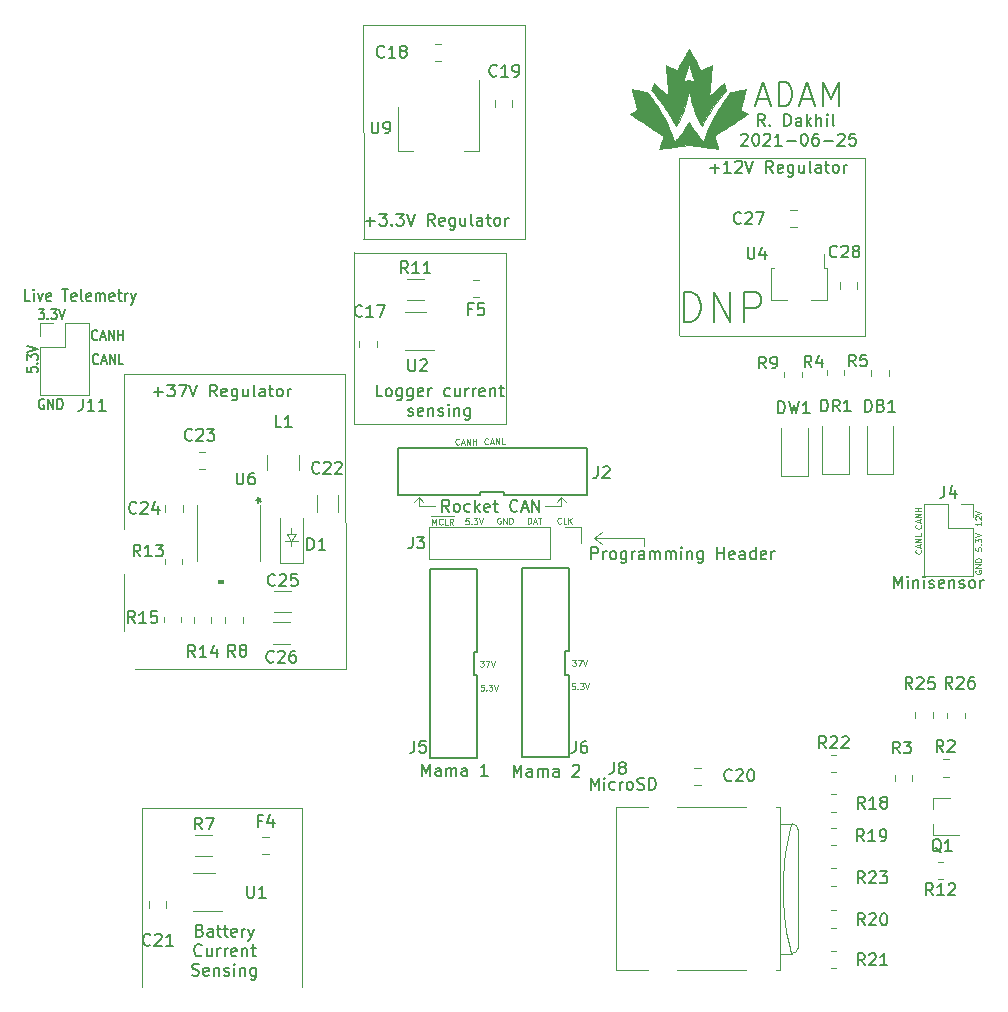
<source format=gbr>
G04 #@! TF.GenerationSoftware,KiCad,Pcbnew,(5.1.9)-1*
G04 #@! TF.CreationDate,2021-07-13T21:35:03-04:00*
G04 #@! TF.ProjectId,payload2020_base_board,7061796c-6f61-4643-9230-32305f626173,rev?*
G04 #@! TF.SameCoordinates,Original*
G04 #@! TF.FileFunction,Legend,Top*
G04 #@! TF.FilePolarity,Positive*
%FSLAX46Y46*%
G04 Gerber Fmt 4.6, Leading zero omitted, Abs format (unit mm)*
G04 Created by KiCad (PCBNEW (5.1.9)-1) date 2021-07-13 21:35:03*
%MOMM*%
%LPD*%
G01*
G04 APERTURE LIST*
%ADD10C,0.120000*%
%ADD11C,0.125000*%
%ADD12C,0.150000*%
%ADD13C,0.010000*%
%ADD14C,0.100000*%
G04 APERTURE END LIST*
D10*
X110639000Y-114792000D02*
X110639000Y-119618000D01*
X124851160Y-112064800D02*
X124851160Y-112455960D01*
X124851160Y-110921800D02*
X124851160Y-111450120D01*
X124449840Y-111460280D02*
X125242320Y-111460280D01*
X124851160Y-112049560D02*
X124449840Y-111460280D01*
X125252480Y-111455200D02*
X124851160Y-112049560D01*
X124307600Y-112054640D02*
X124861320Y-112049560D01*
X125399800Y-112054640D02*
X124307600Y-112054640D01*
D11*
X182779000Y-114537952D02*
X182755190Y-114585571D01*
X182755190Y-114657000D01*
X182779000Y-114728428D01*
X182826619Y-114776047D01*
X182874238Y-114799857D01*
X182969476Y-114823666D01*
X183040904Y-114823666D01*
X183136142Y-114799857D01*
X183183761Y-114776047D01*
X183231380Y-114728428D01*
X183255190Y-114657000D01*
X183255190Y-114609380D01*
X183231380Y-114537952D01*
X183207571Y-114514142D01*
X183040904Y-114514142D01*
X183040904Y-114609380D01*
X183255190Y-114299857D02*
X182755190Y-114299857D01*
X183255190Y-114014142D01*
X182755190Y-114014142D01*
X183255190Y-113776047D02*
X182755190Y-113776047D01*
X182755190Y-113657000D01*
X182779000Y-113585571D01*
X182826619Y-113537952D01*
X182874238Y-113514142D01*
X182969476Y-113490333D01*
X183040904Y-113490333D01*
X183136142Y-113514142D01*
X183183761Y-113537952D01*
X183231380Y-113585571D01*
X183255190Y-113657000D01*
X183255190Y-113776047D01*
X178127571Y-112775809D02*
X178151380Y-112799619D01*
X178175190Y-112871047D01*
X178175190Y-112918666D01*
X178151380Y-112990095D01*
X178103761Y-113037714D01*
X178056142Y-113061523D01*
X177960904Y-113085333D01*
X177889476Y-113085333D01*
X177794238Y-113061523D01*
X177746619Y-113037714D01*
X177699000Y-112990095D01*
X177675190Y-112918666D01*
X177675190Y-112871047D01*
X177699000Y-112799619D01*
X177722809Y-112775809D01*
X178032333Y-112585333D02*
X178032333Y-112347238D01*
X178175190Y-112632952D02*
X177675190Y-112466285D01*
X178175190Y-112299619D01*
X178175190Y-112132952D02*
X177675190Y-112132952D01*
X178175190Y-111847238D01*
X177675190Y-111847238D01*
X178175190Y-111371047D02*
X178175190Y-111609142D01*
X177675190Y-111609142D01*
X178127571Y-110676333D02*
X178151380Y-110700142D01*
X178175190Y-110771571D01*
X178175190Y-110819190D01*
X178151380Y-110890619D01*
X178103761Y-110938238D01*
X178056142Y-110962047D01*
X177960904Y-110985857D01*
X177889476Y-110985857D01*
X177794238Y-110962047D01*
X177746619Y-110938238D01*
X177699000Y-110890619D01*
X177675190Y-110819190D01*
X177675190Y-110771571D01*
X177699000Y-110700142D01*
X177722809Y-110676333D01*
X178032333Y-110485857D02*
X178032333Y-110247761D01*
X178175190Y-110533476D02*
X177675190Y-110366809D01*
X178175190Y-110200142D01*
X178175190Y-110033476D02*
X177675190Y-110033476D01*
X178175190Y-109747761D01*
X177675190Y-109747761D01*
X178175190Y-109509666D02*
X177675190Y-109509666D01*
X177913285Y-109509666D02*
X177913285Y-109223952D01*
X178175190Y-109223952D02*
X177675190Y-109223952D01*
X183255190Y-110402523D02*
X183255190Y-110688238D01*
X183255190Y-110545380D02*
X182755190Y-110545380D01*
X182826619Y-110593000D01*
X182874238Y-110640619D01*
X182898047Y-110688238D01*
X182802809Y-110212047D02*
X182779000Y-110188238D01*
X182755190Y-110140619D01*
X182755190Y-110021571D01*
X182779000Y-109973952D01*
X182802809Y-109950142D01*
X182850428Y-109926333D01*
X182898047Y-109926333D01*
X182969476Y-109950142D01*
X183255190Y-110235857D01*
X183255190Y-109926333D01*
X182755190Y-109783476D02*
X183255190Y-109616809D01*
X182755190Y-109450142D01*
X182755190Y-112577380D02*
X182755190Y-112815476D01*
X182993285Y-112839285D01*
X182969476Y-112815476D01*
X182945666Y-112767857D01*
X182945666Y-112648809D01*
X182969476Y-112601190D01*
X182993285Y-112577380D01*
X183040904Y-112553571D01*
X183159952Y-112553571D01*
X183207571Y-112577380D01*
X183231380Y-112601190D01*
X183255190Y-112648809D01*
X183255190Y-112767857D01*
X183231380Y-112815476D01*
X183207571Y-112839285D01*
X183207571Y-112339285D02*
X183231380Y-112315476D01*
X183255190Y-112339285D01*
X183231380Y-112363095D01*
X183207571Y-112339285D01*
X183255190Y-112339285D01*
X182755190Y-112148809D02*
X182755190Y-111839285D01*
X182945666Y-112005952D01*
X182945666Y-111934523D01*
X182969476Y-111886904D01*
X182993285Y-111863095D01*
X183040904Y-111839285D01*
X183159952Y-111839285D01*
X183207571Y-111863095D01*
X183231380Y-111886904D01*
X183255190Y-111934523D01*
X183255190Y-112077380D01*
X183231380Y-112125000D01*
X183207571Y-112148809D01*
X182755190Y-111696428D02*
X183255190Y-111529761D01*
X182755190Y-111363095D01*
X147672620Y-110500931D02*
X147648811Y-110524740D01*
X147577382Y-110548550D01*
X147529763Y-110548550D01*
X147458335Y-110524740D01*
X147410716Y-110477121D01*
X147386906Y-110429502D01*
X147363097Y-110334264D01*
X147363097Y-110262836D01*
X147386906Y-110167598D01*
X147410716Y-110119979D01*
X147458335Y-110072360D01*
X147529763Y-110048550D01*
X147577382Y-110048550D01*
X147648811Y-110072360D01*
X147672620Y-110096169D01*
X148125001Y-110548550D02*
X147886906Y-110548550D01*
X147886906Y-110048550D01*
X148291668Y-110548550D02*
X148291668Y-110048550D01*
X148577382Y-110548550D02*
X148363097Y-110262836D01*
X148577382Y-110048550D02*
X148291668Y-110334264D01*
X144869125Y-110548550D02*
X144869125Y-110048550D01*
X144988173Y-110048550D01*
X145059601Y-110072360D01*
X145107220Y-110119979D01*
X145131030Y-110167598D01*
X145154840Y-110262836D01*
X145154840Y-110334264D01*
X145131030Y-110429502D01*
X145107220Y-110477121D01*
X145059601Y-110524740D01*
X144988173Y-110548550D01*
X144869125Y-110548550D01*
X145345316Y-110405693D02*
X145583411Y-110405693D01*
X145297697Y-110548550D02*
X145464363Y-110048550D01*
X145631030Y-110548550D01*
X145726268Y-110048550D02*
X146011982Y-110048550D01*
X145869125Y-110548550D02*
X145869125Y-110048550D01*
X142544847Y-110077440D02*
X142497228Y-110053630D01*
X142425800Y-110053630D01*
X142354371Y-110077440D01*
X142306752Y-110125059D01*
X142282942Y-110172678D01*
X142259133Y-110267916D01*
X142259133Y-110339344D01*
X142282942Y-110434582D01*
X142306752Y-110482201D01*
X142354371Y-110529820D01*
X142425800Y-110553630D01*
X142473419Y-110553630D01*
X142544847Y-110529820D01*
X142568657Y-110506011D01*
X142568657Y-110339344D01*
X142473419Y-110339344D01*
X142782942Y-110553630D02*
X142782942Y-110053630D01*
X143068657Y-110553630D01*
X143068657Y-110053630D01*
X143306752Y-110553630D02*
X143306752Y-110053630D01*
X143425800Y-110053630D01*
X143497228Y-110077440D01*
X143544847Y-110125059D01*
X143568657Y-110172678D01*
X143592466Y-110267916D01*
X143592466Y-110339344D01*
X143568657Y-110434582D01*
X143544847Y-110482201D01*
X143497228Y-110529820D01*
X143425800Y-110553630D01*
X143306752Y-110553630D01*
X139841979Y-110094270D02*
X139603883Y-110094270D01*
X139580074Y-110332365D01*
X139603883Y-110308556D01*
X139651502Y-110284746D01*
X139770550Y-110284746D01*
X139818169Y-110308556D01*
X139841979Y-110332365D01*
X139865788Y-110379984D01*
X139865788Y-110499032D01*
X139841979Y-110546651D01*
X139818169Y-110570460D01*
X139770550Y-110594270D01*
X139651502Y-110594270D01*
X139603883Y-110570460D01*
X139580074Y-110546651D01*
X140080074Y-110546651D02*
X140103883Y-110570460D01*
X140080074Y-110594270D01*
X140056264Y-110570460D01*
X140080074Y-110546651D01*
X140080074Y-110594270D01*
X140270550Y-110094270D02*
X140580074Y-110094270D01*
X140413407Y-110284746D01*
X140484836Y-110284746D01*
X140532455Y-110308556D01*
X140556264Y-110332365D01*
X140580074Y-110379984D01*
X140580074Y-110499032D01*
X140556264Y-110546651D01*
X140532455Y-110570460D01*
X140484836Y-110594270D01*
X140341979Y-110594270D01*
X140294360Y-110570460D01*
X140270550Y-110546651D01*
X140722931Y-110094270D02*
X140889598Y-110594270D01*
X141056264Y-110094270D01*
X136669744Y-109886220D02*
X137241173Y-109886220D01*
X136788792Y-110634910D02*
X136788792Y-110134910D01*
X136955459Y-110492053D01*
X137122125Y-110134910D01*
X137122125Y-110634910D01*
X137241173Y-109886220D02*
X137741173Y-109886220D01*
X137645935Y-110587291D02*
X137622125Y-110611100D01*
X137550697Y-110634910D01*
X137503078Y-110634910D01*
X137431649Y-110611100D01*
X137384030Y-110563481D01*
X137360220Y-110515862D01*
X137336411Y-110420624D01*
X137336411Y-110349196D01*
X137360220Y-110253958D01*
X137384030Y-110206339D01*
X137431649Y-110158720D01*
X137503078Y-110134910D01*
X137550697Y-110134910D01*
X137622125Y-110158720D01*
X137645935Y-110182529D01*
X137741173Y-109886220D02*
X138145935Y-109886220D01*
X138098316Y-110634910D02*
X137860220Y-110634910D01*
X137860220Y-110134910D01*
X138145935Y-109886220D02*
X138645935Y-109886220D01*
X138550697Y-110634910D02*
X138384030Y-110396815D01*
X138264982Y-110634910D02*
X138264982Y-110134910D01*
X138455459Y-110134910D01*
X138503078Y-110158720D01*
X138526887Y-110182529D01*
X138550697Y-110230148D01*
X138550697Y-110301577D01*
X138526887Y-110349196D01*
X138503078Y-110373005D01*
X138455459Y-110396815D01*
X138264982Y-110396815D01*
X141492670Y-103795331D02*
X141468860Y-103819140D01*
X141397432Y-103842950D01*
X141349813Y-103842950D01*
X141278384Y-103819140D01*
X141230765Y-103771521D01*
X141206956Y-103723902D01*
X141183146Y-103628664D01*
X141183146Y-103557236D01*
X141206956Y-103461998D01*
X141230765Y-103414379D01*
X141278384Y-103366760D01*
X141349813Y-103342950D01*
X141397432Y-103342950D01*
X141468860Y-103366760D01*
X141492670Y-103390569D01*
X141683146Y-103700093D02*
X141921241Y-103700093D01*
X141635527Y-103842950D02*
X141802194Y-103342950D01*
X141968860Y-103842950D01*
X142135527Y-103842950D02*
X142135527Y-103342950D01*
X142421241Y-103842950D01*
X142421241Y-103342950D01*
X142897432Y-103842950D02*
X142659337Y-103842950D01*
X142659337Y-103342950D01*
X139045546Y-103810571D02*
X139021737Y-103834380D01*
X138950308Y-103858190D01*
X138902689Y-103858190D01*
X138831260Y-103834380D01*
X138783641Y-103786761D01*
X138759832Y-103739142D01*
X138736022Y-103643904D01*
X138736022Y-103572476D01*
X138759832Y-103477238D01*
X138783641Y-103429619D01*
X138831260Y-103382000D01*
X138902689Y-103358190D01*
X138950308Y-103358190D01*
X139021737Y-103382000D01*
X139045546Y-103405809D01*
X139236022Y-103715333D02*
X139474118Y-103715333D01*
X139188403Y-103858190D02*
X139355070Y-103358190D01*
X139521737Y-103858190D01*
X139688403Y-103858190D02*
X139688403Y-103358190D01*
X139974118Y-103858190D01*
X139974118Y-103358190D01*
X140212213Y-103858190D02*
X140212213Y-103358190D01*
X140212213Y-103596285D02*
X140497927Y-103596285D01*
X140497927Y-103858190D02*
X140497927Y-103358190D01*
D10*
X135636000Y-108331000D02*
X136017000Y-108712000D01*
X135636000Y-109093000D02*
X135636000Y-108331000D01*
X135255000Y-108712000D02*
X135636000Y-108331000D01*
X135636000Y-109093000D02*
X137033000Y-109093000D01*
X147701000Y-108331000D02*
X148082000Y-108712000D01*
X147320000Y-108712000D02*
X147701000Y-108331000D01*
X147701000Y-108331000D02*
X147320000Y-108712000D01*
X147701000Y-109093000D02*
X147701000Y-108331000D01*
X146304000Y-109093000D02*
X147701000Y-109093000D01*
D12*
X108485085Y-96968428D02*
X108449371Y-97011285D01*
X108342228Y-97054142D01*
X108270800Y-97054142D01*
X108163657Y-97011285D01*
X108092228Y-96925571D01*
X108056514Y-96839857D01*
X108020800Y-96668428D01*
X108020800Y-96539857D01*
X108056514Y-96368428D01*
X108092228Y-96282714D01*
X108163657Y-96197000D01*
X108270800Y-96154142D01*
X108342228Y-96154142D01*
X108449371Y-96197000D01*
X108485085Y-96239857D01*
X108770800Y-96797000D02*
X109127942Y-96797000D01*
X108699371Y-97054142D02*
X108949371Y-96154142D01*
X109199371Y-97054142D01*
X109449371Y-97054142D02*
X109449371Y-96154142D01*
X109877942Y-97054142D01*
X109877942Y-96154142D01*
X110592228Y-97054142D02*
X110235085Y-97054142D01*
X110235085Y-96154142D01*
X108421200Y-94961828D02*
X108385485Y-95004685D01*
X108278342Y-95047542D01*
X108206914Y-95047542D01*
X108099771Y-95004685D01*
X108028342Y-94918971D01*
X107992628Y-94833257D01*
X107956914Y-94661828D01*
X107956914Y-94533257D01*
X107992628Y-94361828D01*
X108028342Y-94276114D01*
X108099771Y-94190400D01*
X108206914Y-94147542D01*
X108278342Y-94147542D01*
X108385485Y-94190400D01*
X108421200Y-94233257D01*
X108706914Y-94790400D02*
X109064057Y-94790400D01*
X108635485Y-95047542D02*
X108885485Y-94147542D01*
X109135485Y-95047542D01*
X109385485Y-95047542D02*
X109385485Y-94147542D01*
X109814057Y-95047542D01*
X109814057Y-94147542D01*
X110171200Y-95047542D02*
X110171200Y-94147542D01*
X110171200Y-94576114D02*
X110599771Y-94576114D01*
X110599771Y-95047542D02*
X110599771Y-94147542D01*
X103898771Y-100032400D02*
X103827342Y-99989542D01*
X103720200Y-99989542D01*
X103613057Y-100032400D01*
X103541628Y-100118114D01*
X103505914Y-100203828D01*
X103470200Y-100375257D01*
X103470200Y-100503828D01*
X103505914Y-100675257D01*
X103541628Y-100760971D01*
X103613057Y-100846685D01*
X103720200Y-100889542D01*
X103791628Y-100889542D01*
X103898771Y-100846685D01*
X103934485Y-100803828D01*
X103934485Y-100503828D01*
X103791628Y-100503828D01*
X104255914Y-100889542D02*
X104255914Y-99989542D01*
X104684485Y-100889542D01*
X104684485Y-99989542D01*
X105041628Y-100889542D02*
X105041628Y-99989542D01*
X105220200Y-99989542D01*
X105327342Y-100032400D01*
X105398771Y-100118114D01*
X105434485Y-100203828D01*
X105470200Y-100375257D01*
X105470200Y-100503828D01*
X105434485Y-100675257D01*
X105398771Y-100760971D01*
X105327342Y-100846685D01*
X105220200Y-100889542D01*
X105041628Y-100889542D01*
X103439257Y-92369542D02*
X103903542Y-92369542D01*
X103653542Y-92712400D01*
X103760685Y-92712400D01*
X103832114Y-92755257D01*
X103867828Y-92798114D01*
X103903542Y-92883828D01*
X103903542Y-93098114D01*
X103867828Y-93183828D01*
X103832114Y-93226685D01*
X103760685Y-93269542D01*
X103546400Y-93269542D01*
X103474971Y-93226685D01*
X103439257Y-93183828D01*
X104224971Y-93183828D02*
X104260685Y-93226685D01*
X104224971Y-93269542D01*
X104189257Y-93226685D01*
X104224971Y-93183828D01*
X104224971Y-93269542D01*
X104510685Y-92369542D02*
X104974971Y-92369542D01*
X104724971Y-92712400D01*
X104832114Y-92712400D01*
X104903542Y-92755257D01*
X104939257Y-92798114D01*
X104974971Y-92883828D01*
X104974971Y-93098114D01*
X104939257Y-93183828D01*
X104903542Y-93226685D01*
X104832114Y-93269542D01*
X104617828Y-93269542D01*
X104546400Y-93226685D01*
X104510685Y-93183828D01*
X105189257Y-92369542D02*
X105439257Y-93269542D01*
X105689257Y-92369542D01*
X102453342Y-97325571D02*
X102453342Y-97682714D01*
X102881914Y-97718428D01*
X102839057Y-97682714D01*
X102796200Y-97611285D01*
X102796200Y-97432714D01*
X102839057Y-97361285D01*
X102881914Y-97325571D01*
X102967628Y-97289857D01*
X103181914Y-97289857D01*
X103267628Y-97325571D01*
X103310485Y-97361285D01*
X103353342Y-97432714D01*
X103353342Y-97611285D01*
X103310485Y-97682714D01*
X103267628Y-97718428D01*
X103267628Y-96968428D02*
X103310485Y-96932714D01*
X103353342Y-96968428D01*
X103310485Y-97004142D01*
X103267628Y-96968428D01*
X103353342Y-96968428D01*
X102453342Y-96682714D02*
X102453342Y-96218428D01*
X102796200Y-96468428D01*
X102796200Y-96361285D01*
X102839057Y-96289857D01*
X102881914Y-96254142D01*
X102967628Y-96218428D01*
X103181914Y-96218428D01*
X103267628Y-96254142D01*
X103310485Y-96289857D01*
X103353342Y-96361285D01*
X103353342Y-96575571D01*
X103310485Y-96647000D01*
X103267628Y-96682714D01*
X102453342Y-96004142D02*
X103353342Y-95754142D01*
X102453342Y-95504142D01*
D11*
X141127219Y-124186190D02*
X140889123Y-124186190D01*
X140865314Y-124424285D01*
X140889123Y-124400476D01*
X140936742Y-124376666D01*
X141055790Y-124376666D01*
X141103409Y-124400476D01*
X141127219Y-124424285D01*
X141151028Y-124471904D01*
X141151028Y-124590952D01*
X141127219Y-124638571D01*
X141103409Y-124662380D01*
X141055790Y-124686190D01*
X140936742Y-124686190D01*
X140889123Y-124662380D01*
X140865314Y-124638571D01*
X141365314Y-124638571D02*
X141389123Y-124662380D01*
X141365314Y-124686190D01*
X141341504Y-124662380D01*
X141365314Y-124638571D01*
X141365314Y-124686190D01*
X141555790Y-124186190D02*
X141865314Y-124186190D01*
X141698647Y-124376666D01*
X141770076Y-124376666D01*
X141817695Y-124400476D01*
X141841504Y-124424285D01*
X141865314Y-124471904D01*
X141865314Y-124590952D01*
X141841504Y-124638571D01*
X141817695Y-124662380D01*
X141770076Y-124686190D01*
X141627219Y-124686190D01*
X141579600Y-124662380D01*
X141555790Y-124638571D01*
X142008171Y-124186190D02*
X142174838Y-124686190D01*
X142341504Y-124186190D01*
X140808152Y-122154190D02*
X141117676Y-122154190D01*
X140951009Y-122344666D01*
X141022438Y-122344666D01*
X141070057Y-122368476D01*
X141093866Y-122392285D01*
X141117676Y-122439904D01*
X141117676Y-122558952D01*
X141093866Y-122606571D01*
X141070057Y-122630380D01*
X141022438Y-122654190D01*
X140879580Y-122654190D01*
X140831961Y-122630380D01*
X140808152Y-122606571D01*
X141284342Y-122154190D02*
X141617676Y-122154190D01*
X141403390Y-122654190D01*
X141736723Y-122154190D02*
X141903390Y-122654190D01*
X142070057Y-122154190D01*
X148631352Y-122103390D02*
X148940876Y-122103390D01*
X148774209Y-122293866D01*
X148845638Y-122293866D01*
X148893257Y-122317676D01*
X148917066Y-122341485D01*
X148940876Y-122389104D01*
X148940876Y-122508152D01*
X148917066Y-122555771D01*
X148893257Y-122579580D01*
X148845638Y-122603390D01*
X148702780Y-122603390D01*
X148655161Y-122579580D01*
X148631352Y-122555771D01*
X149107542Y-122103390D02*
X149440876Y-122103390D01*
X149226590Y-122603390D01*
X149559923Y-122103390D02*
X149726590Y-122603390D01*
X149893257Y-122103390D01*
X148848819Y-124084590D02*
X148610723Y-124084590D01*
X148586914Y-124322685D01*
X148610723Y-124298876D01*
X148658342Y-124275066D01*
X148777390Y-124275066D01*
X148825009Y-124298876D01*
X148848819Y-124322685D01*
X148872628Y-124370304D01*
X148872628Y-124489352D01*
X148848819Y-124536971D01*
X148825009Y-124560780D01*
X148777390Y-124584590D01*
X148658342Y-124584590D01*
X148610723Y-124560780D01*
X148586914Y-124536971D01*
X149086914Y-124536971D02*
X149110723Y-124560780D01*
X149086914Y-124584590D01*
X149063104Y-124560780D01*
X149086914Y-124536971D01*
X149086914Y-124584590D01*
X149277390Y-124084590D02*
X149586914Y-124084590D01*
X149420247Y-124275066D01*
X149491676Y-124275066D01*
X149539295Y-124298876D01*
X149563104Y-124322685D01*
X149586914Y-124370304D01*
X149586914Y-124489352D01*
X149563104Y-124536971D01*
X149539295Y-124560780D01*
X149491676Y-124584590D01*
X149348819Y-124584590D01*
X149301200Y-124560780D01*
X149277390Y-124536971D01*
X149729771Y-124084590D02*
X149896438Y-124584590D01*
X150063104Y-124084590D01*
D10*
X150495000Y-111734600D02*
X151104600Y-112242600D01*
X150495000Y-111734600D02*
X151130000Y-111302800D01*
X154686000Y-111734600D02*
X150495000Y-111734600D01*
X154711400Y-112471200D02*
X154686000Y-111734600D01*
X110677960Y-97891600D02*
X129423160Y-97899220D01*
X110677960Y-110982000D02*
X110677960Y-97891600D01*
X129435860Y-122867420D02*
X111635540Y-122872500D01*
X129423160Y-97899220D02*
X129435860Y-122867420D01*
X112173160Y-149793960D02*
X112163000Y-134627620D01*
X125775720Y-134627620D02*
X112163000Y-134627620D01*
X125775720Y-149804120D02*
X125775720Y-134627620D01*
D12*
X164312809Y-74612333D02*
X165265190Y-74612333D01*
X164122333Y-75183761D02*
X164789000Y-73183761D01*
X165455666Y-75183761D01*
X166122333Y-75183761D02*
X166122333Y-73183761D01*
X166598523Y-73183761D01*
X166884238Y-73279000D01*
X167074714Y-73469476D01*
X167169952Y-73659952D01*
X167265190Y-74040904D01*
X167265190Y-74326619D01*
X167169952Y-74707571D01*
X167074714Y-74898047D01*
X166884238Y-75088523D01*
X166598523Y-75183761D01*
X166122333Y-75183761D01*
X168027095Y-74612333D02*
X168979476Y-74612333D01*
X167836619Y-75183761D02*
X168503285Y-73183761D01*
X169169952Y-75183761D01*
X169836619Y-75183761D02*
X169836619Y-73183761D01*
X170503285Y-74612333D01*
X171169952Y-73183761D01*
X171169952Y-75183761D01*
X162931857Y-77636619D02*
X162979476Y-77589000D01*
X163074714Y-77541380D01*
X163312809Y-77541380D01*
X163408047Y-77589000D01*
X163455666Y-77636619D01*
X163503285Y-77731857D01*
X163503285Y-77827095D01*
X163455666Y-77969952D01*
X162884238Y-78541380D01*
X163503285Y-78541380D01*
X164122333Y-77541380D02*
X164217571Y-77541380D01*
X164312809Y-77589000D01*
X164360428Y-77636619D01*
X164408047Y-77731857D01*
X164455666Y-77922333D01*
X164455666Y-78160428D01*
X164408047Y-78350904D01*
X164360428Y-78446142D01*
X164312809Y-78493761D01*
X164217571Y-78541380D01*
X164122333Y-78541380D01*
X164027095Y-78493761D01*
X163979476Y-78446142D01*
X163931857Y-78350904D01*
X163884238Y-78160428D01*
X163884238Y-77922333D01*
X163931857Y-77731857D01*
X163979476Y-77636619D01*
X164027095Y-77589000D01*
X164122333Y-77541380D01*
X164836619Y-77636619D02*
X164884238Y-77589000D01*
X164979476Y-77541380D01*
X165217571Y-77541380D01*
X165312809Y-77589000D01*
X165360428Y-77636619D01*
X165408047Y-77731857D01*
X165408047Y-77827095D01*
X165360428Y-77969952D01*
X164789000Y-78541380D01*
X165408047Y-78541380D01*
X166360428Y-78541380D02*
X165789000Y-78541380D01*
X166074714Y-78541380D02*
X166074714Y-77541380D01*
X165979476Y-77684238D01*
X165884238Y-77779476D01*
X165789000Y-77827095D01*
X166789000Y-78160428D02*
X167550904Y-78160428D01*
X168217571Y-77541380D02*
X168312809Y-77541380D01*
X168408047Y-77589000D01*
X168455666Y-77636619D01*
X168503285Y-77731857D01*
X168550904Y-77922333D01*
X168550904Y-78160428D01*
X168503285Y-78350904D01*
X168455666Y-78446142D01*
X168408047Y-78493761D01*
X168312809Y-78541380D01*
X168217571Y-78541380D01*
X168122333Y-78493761D01*
X168074714Y-78446142D01*
X168027095Y-78350904D01*
X167979476Y-78160428D01*
X167979476Y-77922333D01*
X168027095Y-77731857D01*
X168074714Y-77636619D01*
X168122333Y-77589000D01*
X168217571Y-77541380D01*
X169408047Y-77541380D02*
X169217571Y-77541380D01*
X169122333Y-77589000D01*
X169074714Y-77636619D01*
X168979476Y-77779476D01*
X168931857Y-77969952D01*
X168931857Y-78350904D01*
X168979476Y-78446142D01*
X169027095Y-78493761D01*
X169122333Y-78541380D01*
X169312809Y-78541380D01*
X169408047Y-78493761D01*
X169455666Y-78446142D01*
X169503285Y-78350904D01*
X169503285Y-78112809D01*
X169455666Y-78017571D01*
X169408047Y-77969952D01*
X169312809Y-77922333D01*
X169122333Y-77922333D01*
X169027095Y-77969952D01*
X168979476Y-78017571D01*
X168931857Y-78112809D01*
X169931857Y-78160428D02*
X170693761Y-78160428D01*
X171122333Y-77636619D02*
X171169952Y-77589000D01*
X171265190Y-77541380D01*
X171503285Y-77541380D01*
X171598523Y-77589000D01*
X171646142Y-77636619D01*
X171693761Y-77731857D01*
X171693761Y-77827095D01*
X171646142Y-77969952D01*
X171074714Y-78541380D01*
X171693761Y-78541380D01*
X172598523Y-77541380D02*
X172122333Y-77541380D01*
X172074714Y-78017571D01*
X172122333Y-77969952D01*
X172217571Y-77922333D01*
X172455666Y-77922333D01*
X172550904Y-77969952D01*
X172598523Y-78017571D01*
X172646142Y-78112809D01*
X172646142Y-78350904D01*
X172598523Y-78446142D01*
X172550904Y-78493761D01*
X172455666Y-78541380D01*
X172217571Y-78541380D01*
X172122333Y-78493761D01*
X172074714Y-78446142D01*
X164915952Y-76890380D02*
X164582619Y-76414190D01*
X164344523Y-76890380D02*
X164344523Y-75890380D01*
X164725476Y-75890380D01*
X164820714Y-75938000D01*
X164868333Y-75985619D01*
X164915952Y-76080857D01*
X164915952Y-76223714D01*
X164868333Y-76318952D01*
X164820714Y-76366571D01*
X164725476Y-76414190D01*
X164344523Y-76414190D01*
X165344523Y-76795142D02*
X165392142Y-76842761D01*
X165344523Y-76890380D01*
X165296904Y-76842761D01*
X165344523Y-76795142D01*
X165344523Y-76890380D01*
X166582619Y-76890380D02*
X166582619Y-75890380D01*
X166820714Y-75890380D01*
X166963571Y-75938000D01*
X167058809Y-76033238D01*
X167106428Y-76128476D01*
X167154047Y-76318952D01*
X167154047Y-76461809D01*
X167106428Y-76652285D01*
X167058809Y-76747523D01*
X166963571Y-76842761D01*
X166820714Y-76890380D01*
X166582619Y-76890380D01*
X168011190Y-76890380D02*
X168011190Y-76366571D01*
X167963571Y-76271333D01*
X167868333Y-76223714D01*
X167677857Y-76223714D01*
X167582619Y-76271333D01*
X168011190Y-76842761D02*
X167915952Y-76890380D01*
X167677857Y-76890380D01*
X167582619Y-76842761D01*
X167535000Y-76747523D01*
X167535000Y-76652285D01*
X167582619Y-76557047D01*
X167677857Y-76509428D01*
X167915952Y-76509428D01*
X168011190Y-76461809D01*
X168487380Y-76890380D02*
X168487380Y-75890380D01*
X168582619Y-76509428D02*
X168868333Y-76890380D01*
X168868333Y-76223714D02*
X168487380Y-76604666D01*
X169296904Y-76890380D02*
X169296904Y-75890380D01*
X169725476Y-76890380D02*
X169725476Y-76366571D01*
X169677857Y-76271333D01*
X169582619Y-76223714D01*
X169439761Y-76223714D01*
X169344523Y-76271333D01*
X169296904Y-76318952D01*
X170201666Y-76890380D02*
X170201666Y-76223714D01*
X170201666Y-75890380D02*
X170154047Y-75938000D01*
X170201666Y-75985619D01*
X170249285Y-75938000D01*
X170201666Y-75890380D01*
X170201666Y-75985619D01*
X170820714Y-76890380D02*
X170725476Y-76842761D01*
X170677857Y-76747523D01*
X170677857Y-75890380D01*
X117095211Y-145004211D02*
X117238068Y-145051830D01*
X117285687Y-145099449D01*
X117333306Y-145194687D01*
X117333306Y-145337544D01*
X117285687Y-145432782D01*
X117238068Y-145480401D01*
X117142830Y-145528020D01*
X116761878Y-145528020D01*
X116761878Y-144528020D01*
X117095211Y-144528020D01*
X117190449Y-144575640D01*
X117238068Y-144623259D01*
X117285687Y-144718497D01*
X117285687Y-144813735D01*
X117238068Y-144908973D01*
X117190449Y-144956592D01*
X117095211Y-145004211D01*
X116761878Y-145004211D01*
X118190449Y-145528020D02*
X118190449Y-145004211D01*
X118142830Y-144908973D01*
X118047592Y-144861354D01*
X117857116Y-144861354D01*
X117761878Y-144908973D01*
X118190449Y-145480401D02*
X118095211Y-145528020D01*
X117857116Y-145528020D01*
X117761878Y-145480401D01*
X117714259Y-145385163D01*
X117714259Y-145289925D01*
X117761878Y-145194687D01*
X117857116Y-145147068D01*
X118095211Y-145147068D01*
X118190449Y-145099449D01*
X118523782Y-144861354D02*
X118904735Y-144861354D01*
X118666640Y-144528020D02*
X118666640Y-145385163D01*
X118714259Y-145480401D01*
X118809497Y-145528020D01*
X118904735Y-145528020D01*
X119095211Y-144861354D02*
X119476163Y-144861354D01*
X119238068Y-144528020D02*
X119238068Y-145385163D01*
X119285687Y-145480401D01*
X119380925Y-145528020D01*
X119476163Y-145528020D01*
X120190449Y-145480401D02*
X120095211Y-145528020D01*
X119904735Y-145528020D01*
X119809497Y-145480401D01*
X119761878Y-145385163D01*
X119761878Y-145004211D01*
X119809497Y-144908973D01*
X119904735Y-144861354D01*
X120095211Y-144861354D01*
X120190449Y-144908973D01*
X120238068Y-145004211D01*
X120238068Y-145099449D01*
X119761878Y-145194687D01*
X120666640Y-145528020D02*
X120666640Y-144861354D01*
X120666640Y-145051830D02*
X120714259Y-144956592D01*
X120761878Y-144908973D01*
X120857116Y-144861354D01*
X120952354Y-144861354D01*
X121190449Y-144861354D02*
X121428544Y-145528020D01*
X121666640Y-144861354D02*
X121428544Y-145528020D01*
X121333306Y-145766116D01*
X121285687Y-145813735D01*
X121190449Y-145861354D01*
X117238068Y-147082782D02*
X117190449Y-147130401D01*
X117047592Y-147178020D01*
X116952354Y-147178020D01*
X116809497Y-147130401D01*
X116714259Y-147035163D01*
X116666640Y-146939925D01*
X116619020Y-146749449D01*
X116619020Y-146606592D01*
X116666640Y-146416116D01*
X116714259Y-146320878D01*
X116809497Y-146225640D01*
X116952354Y-146178020D01*
X117047592Y-146178020D01*
X117190449Y-146225640D01*
X117238068Y-146273259D01*
X118095211Y-146511354D02*
X118095211Y-147178020D01*
X117666640Y-146511354D02*
X117666640Y-147035163D01*
X117714259Y-147130401D01*
X117809497Y-147178020D01*
X117952354Y-147178020D01*
X118047592Y-147130401D01*
X118095211Y-147082782D01*
X118571401Y-147178020D02*
X118571401Y-146511354D01*
X118571401Y-146701830D02*
X118619020Y-146606592D01*
X118666640Y-146558973D01*
X118761878Y-146511354D01*
X118857116Y-146511354D01*
X119190449Y-147178020D02*
X119190449Y-146511354D01*
X119190449Y-146701830D02*
X119238068Y-146606592D01*
X119285687Y-146558973D01*
X119380925Y-146511354D01*
X119476163Y-146511354D01*
X120190449Y-147130401D02*
X120095211Y-147178020D01*
X119904735Y-147178020D01*
X119809497Y-147130401D01*
X119761878Y-147035163D01*
X119761878Y-146654211D01*
X119809497Y-146558973D01*
X119904735Y-146511354D01*
X120095211Y-146511354D01*
X120190449Y-146558973D01*
X120238068Y-146654211D01*
X120238068Y-146749449D01*
X119761878Y-146844687D01*
X120666640Y-146511354D02*
X120666640Y-147178020D01*
X120666640Y-146606592D02*
X120714259Y-146558973D01*
X120809497Y-146511354D01*
X120952354Y-146511354D01*
X121047592Y-146558973D01*
X121095211Y-146654211D01*
X121095211Y-147178020D01*
X121428544Y-146511354D02*
X121809497Y-146511354D01*
X121571401Y-146178020D02*
X121571401Y-147035163D01*
X121619020Y-147130401D01*
X121714259Y-147178020D01*
X121809497Y-147178020D01*
X116452354Y-148780401D02*
X116595211Y-148828020D01*
X116833306Y-148828020D01*
X116928544Y-148780401D01*
X116976163Y-148732782D01*
X117023782Y-148637544D01*
X117023782Y-148542306D01*
X116976163Y-148447068D01*
X116928544Y-148399449D01*
X116833306Y-148351830D01*
X116642830Y-148304211D01*
X116547592Y-148256592D01*
X116499973Y-148208973D01*
X116452354Y-148113735D01*
X116452354Y-148018497D01*
X116499973Y-147923259D01*
X116547592Y-147875640D01*
X116642830Y-147828020D01*
X116880925Y-147828020D01*
X117023782Y-147875640D01*
X117833306Y-148780401D02*
X117738068Y-148828020D01*
X117547592Y-148828020D01*
X117452354Y-148780401D01*
X117404735Y-148685163D01*
X117404735Y-148304211D01*
X117452354Y-148208973D01*
X117547592Y-148161354D01*
X117738068Y-148161354D01*
X117833306Y-148208973D01*
X117880925Y-148304211D01*
X117880925Y-148399449D01*
X117404735Y-148494687D01*
X118309497Y-148161354D02*
X118309497Y-148828020D01*
X118309497Y-148256592D02*
X118357116Y-148208973D01*
X118452354Y-148161354D01*
X118595211Y-148161354D01*
X118690449Y-148208973D01*
X118738068Y-148304211D01*
X118738068Y-148828020D01*
X119166640Y-148780401D02*
X119261878Y-148828020D01*
X119452354Y-148828020D01*
X119547592Y-148780401D01*
X119595211Y-148685163D01*
X119595211Y-148637544D01*
X119547592Y-148542306D01*
X119452354Y-148494687D01*
X119309497Y-148494687D01*
X119214259Y-148447068D01*
X119166640Y-148351830D01*
X119166640Y-148304211D01*
X119214259Y-148208973D01*
X119309497Y-148161354D01*
X119452354Y-148161354D01*
X119547592Y-148208973D01*
X120023782Y-148828020D02*
X120023782Y-148161354D01*
X120023782Y-147828020D02*
X119976163Y-147875640D01*
X120023782Y-147923259D01*
X120071401Y-147875640D01*
X120023782Y-147828020D01*
X120023782Y-147923259D01*
X120499973Y-148161354D02*
X120499973Y-148828020D01*
X120499973Y-148256592D02*
X120547592Y-148208973D01*
X120642830Y-148161354D01*
X120785687Y-148161354D01*
X120880925Y-148208973D01*
X120928544Y-148304211D01*
X120928544Y-148828020D01*
X121833306Y-148161354D02*
X121833306Y-148970878D01*
X121785687Y-149066116D01*
X121738068Y-149113735D01*
X121642830Y-149161354D01*
X121499973Y-149161354D01*
X121404735Y-149113735D01*
X121833306Y-148780401D02*
X121738068Y-148828020D01*
X121547592Y-148828020D01*
X121452354Y-148780401D01*
X121404735Y-148732782D01*
X121357116Y-148637544D01*
X121357116Y-148351830D01*
X121404735Y-148256592D01*
X121452354Y-148208973D01*
X121547592Y-148161354D01*
X121738068Y-148161354D01*
X121833306Y-148208973D01*
X138208190Y-109545380D02*
X137874857Y-109069190D01*
X137636761Y-109545380D02*
X137636761Y-108545380D01*
X138017714Y-108545380D01*
X138112952Y-108593000D01*
X138160571Y-108640619D01*
X138208190Y-108735857D01*
X138208190Y-108878714D01*
X138160571Y-108973952D01*
X138112952Y-109021571D01*
X138017714Y-109069190D01*
X137636761Y-109069190D01*
X138779619Y-109545380D02*
X138684380Y-109497761D01*
X138636761Y-109450142D01*
X138589142Y-109354904D01*
X138589142Y-109069190D01*
X138636761Y-108973952D01*
X138684380Y-108926333D01*
X138779619Y-108878714D01*
X138922476Y-108878714D01*
X139017714Y-108926333D01*
X139065333Y-108973952D01*
X139112952Y-109069190D01*
X139112952Y-109354904D01*
X139065333Y-109450142D01*
X139017714Y-109497761D01*
X138922476Y-109545380D01*
X138779619Y-109545380D01*
X139970095Y-109497761D02*
X139874857Y-109545380D01*
X139684380Y-109545380D01*
X139589142Y-109497761D01*
X139541523Y-109450142D01*
X139493904Y-109354904D01*
X139493904Y-109069190D01*
X139541523Y-108973952D01*
X139589142Y-108926333D01*
X139684380Y-108878714D01*
X139874857Y-108878714D01*
X139970095Y-108926333D01*
X140398666Y-109545380D02*
X140398666Y-108545380D01*
X140493904Y-109164428D02*
X140779619Y-109545380D01*
X140779619Y-108878714D02*
X140398666Y-109259666D01*
X141589142Y-109497761D02*
X141493904Y-109545380D01*
X141303428Y-109545380D01*
X141208190Y-109497761D01*
X141160571Y-109402523D01*
X141160571Y-109021571D01*
X141208190Y-108926333D01*
X141303428Y-108878714D01*
X141493904Y-108878714D01*
X141589142Y-108926333D01*
X141636761Y-109021571D01*
X141636761Y-109116809D01*
X141160571Y-109212047D01*
X141922476Y-108878714D02*
X142303428Y-108878714D01*
X142065333Y-108545380D02*
X142065333Y-109402523D01*
X142112952Y-109497761D01*
X142208190Y-109545380D01*
X142303428Y-109545380D01*
X143970095Y-109450142D02*
X143922476Y-109497761D01*
X143779619Y-109545380D01*
X143684380Y-109545380D01*
X143541523Y-109497761D01*
X143446285Y-109402523D01*
X143398666Y-109307285D01*
X143351047Y-109116809D01*
X143351047Y-108973952D01*
X143398666Y-108783476D01*
X143446285Y-108688238D01*
X143541523Y-108593000D01*
X143684380Y-108545380D01*
X143779619Y-108545380D01*
X143922476Y-108593000D01*
X143970095Y-108640619D01*
X144351047Y-109259666D02*
X144827238Y-109259666D01*
X144255809Y-109545380D02*
X144589142Y-108545380D01*
X144922476Y-109545380D01*
X145255809Y-109545380D02*
X145255809Y-108545380D01*
X145827238Y-109545380D01*
X145827238Y-108545380D01*
D10*
X144614900Y-68328540D02*
X130939540Y-68318380D01*
X144589500Y-86451440D02*
X130949700Y-86461600D01*
X144589500Y-86443820D02*
X144604740Y-68338700D01*
X130939540Y-68318380D02*
X130962400Y-86461600D01*
D12*
X131158409Y-84942988D02*
X131920314Y-84942988D01*
X131539361Y-85323940D02*
X131539361Y-84562036D01*
X132301266Y-84323940D02*
X132920314Y-84323940D01*
X132586980Y-84704893D01*
X132729838Y-84704893D01*
X132825076Y-84752512D01*
X132872695Y-84800131D01*
X132920314Y-84895369D01*
X132920314Y-85133464D01*
X132872695Y-85228702D01*
X132825076Y-85276321D01*
X132729838Y-85323940D01*
X132444123Y-85323940D01*
X132348885Y-85276321D01*
X132301266Y-85228702D01*
X133348885Y-85228702D02*
X133396504Y-85276321D01*
X133348885Y-85323940D01*
X133301266Y-85276321D01*
X133348885Y-85228702D01*
X133348885Y-85323940D01*
X133729838Y-84323940D02*
X134348885Y-84323940D01*
X134015552Y-84704893D01*
X134158409Y-84704893D01*
X134253647Y-84752512D01*
X134301266Y-84800131D01*
X134348885Y-84895369D01*
X134348885Y-85133464D01*
X134301266Y-85228702D01*
X134253647Y-85276321D01*
X134158409Y-85323940D01*
X133872695Y-85323940D01*
X133777457Y-85276321D01*
X133729838Y-85228702D01*
X134634600Y-84323940D02*
X134967933Y-85323940D01*
X135301266Y-84323940D01*
X136967933Y-85323940D02*
X136634600Y-84847750D01*
X136396504Y-85323940D02*
X136396504Y-84323940D01*
X136777457Y-84323940D01*
X136872695Y-84371560D01*
X136920314Y-84419179D01*
X136967933Y-84514417D01*
X136967933Y-84657274D01*
X136920314Y-84752512D01*
X136872695Y-84800131D01*
X136777457Y-84847750D01*
X136396504Y-84847750D01*
X137777457Y-85276321D02*
X137682219Y-85323940D01*
X137491742Y-85323940D01*
X137396504Y-85276321D01*
X137348885Y-85181083D01*
X137348885Y-84800131D01*
X137396504Y-84704893D01*
X137491742Y-84657274D01*
X137682219Y-84657274D01*
X137777457Y-84704893D01*
X137825076Y-84800131D01*
X137825076Y-84895369D01*
X137348885Y-84990607D01*
X138682219Y-84657274D02*
X138682219Y-85466798D01*
X138634600Y-85562036D01*
X138586980Y-85609655D01*
X138491742Y-85657274D01*
X138348885Y-85657274D01*
X138253647Y-85609655D01*
X138682219Y-85276321D02*
X138586980Y-85323940D01*
X138396504Y-85323940D01*
X138301266Y-85276321D01*
X138253647Y-85228702D01*
X138206028Y-85133464D01*
X138206028Y-84847750D01*
X138253647Y-84752512D01*
X138301266Y-84704893D01*
X138396504Y-84657274D01*
X138586980Y-84657274D01*
X138682219Y-84704893D01*
X139586980Y-84657274D02*
X139586980Y-85323940D01*
X139158409Y-84657274D02*
X139158409Y-85181083D01*
X139206028Y-85276321D01*
X139301266Y-85323940D01*
X139444123Y-85323940D01*
X139539361Y-85276321D01*
X139586980Y-85228702D01*
X140206028Y-85323940D02*
X140110790Y-85276321D01*
X140063171Y-85181083D01*
X140063171Y-84323940D01*
X141015552Y-85323940D02*
X141015552Y-84800131D01*
X140967933Y-84704893D01*
X140872695Y-84657274D01*
X140682219Y-84657274D01*
X140586980Y-84704893D01*
X141015552Y-85276321D02*
X140920314Y-85323940D01*
X140682219Y-85323940D01*
X140586980Y-85276321D01*
X140539361Y-85181083D01*
X140539361Y-85085845D01*
X140586980Y-84990607D01*
X140682219Y-84942988D01*
X140920314Y-84942988D01*
X141015552Y-84895369D01*
X141348885Y-84657274D02*
X141729838Y-84657274D01*
X141491742Y-84323940D02*
X141491742Y-85181083D01*
X141539361Y-85276321D01*
X141634600Y-85323940D01*
X141729838Y-85323940D01*
X142206028Y-85323940D02*
X142110790Y-85276321D01*
X142063171Y-85228702D01*
X142015552Y-85133464D01*
X142015552Y-84847750D01*
X142063171Y-84752512D01*
X142110790Y-84704893D01*
X142206028Y-84657274D01*
X142348885Y-84657274D01*
X142444123Y-84704893D01*
X142491742Y-84752512D01*
X142539361Y-84847750D01*
X142539361Y-85133464D01*
X142491742Y-85228702D01*
X142444123Y-85276321D01*
X142348885Y-85323940D01*
X142206028Y-85323940D01*
X142967933Y-85323940D02*
X142967933Y-84657274D01*
X142967933Y-84847750D02*
X143015552Y-84752512D01*
X143063171Y-84704893D01*
X143158409Y-84657274D01*
X143253647Y-84657274D01*
X175885714Y-116006380D02*
X175885714Y-115006380D01*
X176219047Y-115720666D01*
X176552380Y-115006380D01*
X176552380Y-116006380D01*
X177028571Y-116006380D02*
X177028571Y-115339714D01*
X177028571Y-115006380D02*
X176980952Y-115054000D01*
X177028571Y-115101619D01*
X177076190Y-115054000D01*
X177028571Y-115006380D01*
X177028571Y-115101619D01*
X177504761Y-115339714D02*
X177504761Y-116006380D01*
X177504761Y-115434952D02*
X177552380Y-115387333D01*
X177647619Y-115339714D01*
X177790476Y-115339714D01*
X177885714Y-115387333D01*
X177933333Y-115482571D01*
X177933333Y-116006380D01*
X178409523Y-116006380D02*
X178409523Y-115339714D01*
X178409523Y-115006380D02*
X178361904Y-115054000D01*
X178409523Y-115101619D01*
X178457142Y-115054000D01*
X178409523Y-115006380D01*
X178409523Y-115101619D01*
X178838095Y-115958761D02*
X178933333Y-116006380D01*
X179123809Y-116006380D01*
X179219047Y-115958761D01*
X179266666Y-115863523D01*
X179266666Y-115815904D01*
X179219047Y-115720666D01*
X179123809Y-115673047D01*
X178980952Y-115673047D01*
X178885714Y-115625428D01*
X178838095Y-115530190D01*
X178838095Y-115482571D01*
X178885714Y-115387333D01*
X178980952Y-115339714D01*
X179123809Y-115339714D01*
X179219047Y-115387333D01*
X180076190Y-115958761D02*
X179980952Y-116006380D01*
X179790476Y-116006380D01*
X179695238Y-115958761D01*
X179647619Y-115863523D01*
X179647619Y-115482571D01*
X179695238Y-115387333D01*
X179790476Y-115339714D01*
X179980952Y-115339714D01*
X180076190Y-115387333D01*
X180123809Y-115482571D01*
X180123809Y-115577809D01*
X179647619Y-115673047D01*
X180552380Y-115339714D02*
X180552380Y-116006380D01*
X180552380Y-115434952D02*
X180600000Y-115387333D01*
X180695238Y-115339714D01*
X180838095Y-115339714D01*
X180933333Y-115387333D01*
X180980952Y-115482571D01*
X180980952Y-116006380D01*
X181409523Y-115958761D02*
X181504761Y-116006380D01*
X181695238Y-116006380D01*
X181790476Y-115958761D01*
X181838095Y-115863523D01*
X181838095Y-115815904D01*
X181790476Y-115720666D01*
X181695238Y-115673047D01*
X181552380Y-115673047D01*
X181457142Y-115625428D01*
X181409523Y-115530190D01*
X181409523Y-115482571D01*
X181457142Y-115387333D01*
X181552380Y-115339714D01*
X181695238Y-115339714D01*
X181790476Y-115387333D01*
X182409523Y-116006380D02*
X182314285Y-115958761D01*
X182266666Y-115911142D01*
X182219047Y-115815904D01*
X182219047Y-115530190D01*
X182266666Y-115434952D01*
X182314285Y-115387333D01*
X182409523Y-115339714D01*
X182552380Y-115339714D01*
X182647619Y-115387333D01*
X182695238Y-115434952D01*
X182742857Y-115530190D01*
X182742857Y-115815904D01*
X182695238Y-115911142D01*
X182647619Y-115958761D01*
X182552380Y-116006380D01*
X182409523Y-116006380D01*
X183171428Y-116006380D02*
X183171428Y-115339714D01*
X183171428Y-115530190D02*
X183219047Y-115434952D01*
X183266666Y-115387333D01*
X183361904Y-115339714D01*
X183457142Y-115339714D01*
X158088414Y-93457412D02*
X158088414Y-90957412D01*
X158683652Y-90957412D01*
X159040795Y-91076460D01*
X159278890Y-91314555D01*
X159397938Y-91552650D01*
X159516985Y-92028840D01*
X159516985Y-92385983D01*
X159397938Y-92862174D01*
X159278890Y-93100269D01*
X159040795Y-93338364D01*
X158683652Y-93457412D01*
X158088414Y-93457412D01*
X160588414Y-93457412D02*
X160588414Y-90957412D01*
X162016985Y-93457412D01*
X162016985Y-90957412D01*
X163207461Y-93457412D02*
X163207461Y-90957412D01*
X164159842Y-90957412D01*
X164397938Y-91076460D01*
X164516985Y-91195507D01*
X164636033Y-91433602D01*
X164636033Y-91790745D01*
X164516985Y-92028840D01*
X164397938Y-92147888D01*
X164159842Y-92266936D01*
X163207461Y-92266936D01*
D10*
X157706060Y-79611220D02*
X157700980Y-94599760D01*
X173415960Y-79593440D02*
X157706060Y-79613760D01*
X173428660Y-94655640D02*
X173415960Y-79593440D01*
X157756860Y-94655640D02*
X173428660Y-94655640D01*
D12*
X160291544Y-80454808D02*
X161053449Y-80454808D01*
X160672497Y-80835760D02*
X160672497Y-80073856D01*
X162053449Y-80835760D02*
X161482020Y-80835760D01*
X161767735Y-80835760D02*
X161767735Y-79835760D01*
X161672497Y-79978618D01*
X161577259Y-80073856D01*
X161482020Y-80121475D01*
X162434401Y-79930999D02*
X162482020Y-79883380D01*
X162577259Y-79835760D01*
X162815354Y-79835760D01*
X162910592Y-79883380D01*
X162958211Y-79930999D01*
X163005830Y-80026237D01*
X163005830Y-80121475D01*
X162958211Y-80264332D01*
X162386782Y-80835760D01*
X163005830Y-80835760D01*
X163291544Y-79835760D02*
X163624878Y-80835760D01*
X163958211Y-79835760D01*
X165624878Y-80835760D02*
X165291544Y-80359570D01*
X165053449Y-80835760D02*
X165053449Y-79835760D01*
X165434401Y-79835760D01*
X165529640Y-79883380D01*
X165577259Y-79930999D01*
X165624878Y-80026237D01*
X165624878Y-80169094D01*
X165577259Y-80264332D01*
X165529640Y-80311951D01*
X165434401Y-80359570D01*
X165053449Y-80359570D01*
X166434401Y-80788141D02*
X166339163Y-80835760D01*
X166148687Y-80835760D01*
X166053449Y-80788141D01*
X166005830Y-80692903D01*
X166005830Y-80311951D01*
X166053449Y-80216713D01*
X166148687Y-80169094D01*
X166339163Y-80169094D01*
X166434401Y-80216713D01*
X166482020Y-80311951D01*
X166482020Y-80407189D01*
X166005830Y-80502427D01*
X167339163Y-80169094D02*
X167339163Y-80978618D01*
X167291544Y-81073856D01*
X167243925Y-81121475D01*
X167148687Y-81169094D01*
X167005830Y-81169094D01*
X166910592Y-81121475D01*
X167339163Y-80788141D02*
X167243925Y-80835760D01*
X167053449Y-80835760D01*
X166958211Y-80788141D01*
X166910592Y-80740522D01*
X166862973Y-80645284D01*
X166862973Y-80359570D01*
X166910592Y-80264332D01*
X166958211Y-80216713D01*
X167053449Y-80169094D01*
X167243925Y-80169094D01*
X167339163Y-80216713D01*
X168243925Y-80169094D02*
X168243925Y-80835760D01*
X167815354Y-80169094D02*
X167815354Y-80692903D01*
X167862973Y-80788141D01*
X167958211Y-80835760D01*
X168101068Y-80835760D01*
X168196306Y-80788141D01*
X168243925Y-80740522D01*
X168862973Y-80835760D02*
X168767735Y-80788141D01*
X168720116Y-80692903D01*
X168720116Y-79835760D01*
X169672497Y-80835760D02*
X169672497Y-80311951D01*
X169624878Y-80216713D01*
X169529640Y-80169094D01*
X169339163Y-80169094D01*
X169243925Y-80216713D01*
X169672497Y-80788141D02*
X169577259Y-80835760D01*
X169339163Y-80835760D01*
X169243925Y-80788141D01*
X169196306Y-80692903D01*
X169196306Y-80597665D01*
X169243925Y-80502427D01*
X169339163Y-80454808D01*
X169577259Y-80454808D01*
X169672497Y-80407189D01*
X170005830Y-80169094D02*
X170386782Y-80169094D01*
X170148687Y-79835760D02*
X170148687Y-80692903D01*
X170196306Y-80788141D01*
X170291544Y-80835760D01*
X170386782Y-80835760D01*
X170862973Y-80835760D02*
X170767735Y-80788141D01*
X170720116Y-80740522D01*
X170672497Y-80645284D01*
X170672497Y-80359570D01*
X170720116Y-80264332D01*
X170767735Y-80216713D01*
X170862973Y-80169094D01*
X171005830Y-80169094D01*
X171101068Y-80216713D01*
X171148687Y-80264332D01*
X171196306Y-80359570D01*
X171196306Y-80645284D01*
X171148687Y-80740522D01*
X171101068Y-80788141D01*
X171005830Y-80835760D01*
X170862973Y-80835760D01*
X171624878Y-80835760D02*
X171624878Y-80169094D01*
X171624878Y-80359570D02*
X171672497Y-80264332D01*
X171720116Y-80216713D01*
X171815354Y-80169094D01*
X171910592Y-80169094D01*
D10*
X130121660Y-87574120D02*
X130121660Y-102130860D01*
X143012160Y-87627460D02*
X130121660Y-87617300D01*
X143014700Y-102133400D02*
X143012160Y-87627460D01*
X130126740Y-102141020D02*
X143014700Y-102133400D01*
D12*
X150187684Y-133083560D02*
X150187684Y-132083560D01*
X150521018Y-132797846D01*
X150854351Y-132083560D01*
X150854351Y-133083560D01*
X151330541Y-133083560D02*
X151330541Y-132416894D01*
X151330541Y-132083560D02*
X151282922Y-132131180D01*
X151330541Y-132178799D01*
X151378160Y-132131180D01*
X151330541Y-132083560D01*
X151330541Y-132178799D01*
X152235303Y-133035941D02*
X152140065Y-133083560D01*
X151949589Y-133083560D01*
X151854351Y-133035941D01*
X151806732Y-132988322D01*
X151759113Y-132893084D01*
X151759113Y-132607370D01*
X151806732Y-132512132D01*
X151854351Y-132464513D01*
X151949589Y-132416894D01*
X152140065Y-132416894D01*
X152235303Y-132464513D01*
X152663875Y-133083560D02*
X152663875Y-132416894D01*
X152663875Y-132607370D02*
X152711494Y-132512132D01*
X152759113Y-132464513D01*
X152854351Y-132416894D01*
X152949589Y-132416894D01*
X153425780Y-133083560D02*
X153330541Y-133035941D01*
X153282922Y-132988322D01*
X153235303Y-132893084D01*
X153235303Y-132607370D01*
X153282922Y-132512132D01*
X153330541Y-132464513D01*
X153425780Y-132416894D01*
X153568637Y-132416894D01*
X153663875Y-132464513D01*
X153711494Y-132512132D01*
X153759113Y-132607370D01*
X153759113Y-132893084D01*
X153711494Y-132988322D01*
X153663875Y-133035941D01*
X153568637Y-133083560D01*
X153425780Y-133083560D01*
X154140065Y-133035941D02*
X154282922Y-133083560D01*
X154521018Y-133083560D01*
X154616256Y-133035941D01*
X154663875Y-132988322D01*
X154711494Y-132893084D01*
X154711494Y-132797846D01*
X154663875Y-132702608D01*
X154616256Y-132654989D01*
X154521018Y-132607370D01*
X154330541Y-132559751D01*
X154235303Y-132512132D01*
X154187684Y-132464513D01*
X154140065Y-132369275D01*
X154140065Y-132274037D01*
X154187684Y-132178799D01*
X154235303Y-132131180D01*
X154330541Y-132083560D01*
X154568637Y-132083560D01*
X154711494Y-132131180D01*
X155140065Y-133083560D02*
X155140065Y-132083560D01*
X155378160Y-132083560D01*
X155521018Y-132131180D01*
X155616256Y-132226418D01*
X155663875Y-132321656D01*
X155711494Y-132512132D01*
X155711494Y-132654989D01*
X155663875Y-132845465D01*
X155616256Y-132940703D01*
X155521018Y-133035941D01*
X155378160Y-133083560D01*
X155140065Y-133083560D01*
X132529866Y-99779580D02*
X132053676Y-99779580D01*
X132053676Y-98779580D01*
X133006057Y-99779580D02*
X132910819Y-99731961D01*
X132863200Y-99684342D01*
X132815580Y-99589104D01*
X132815580Y-99303390D01*
X132863200Y-99208152D01*
X132910819Y-99160533D01*
X133006057Y-99112914D01*
X133148914Y-99112914D01*
X133244152Y-99160533D01*
X133291771Y-99208152D01*
X133339390Y-99303390D01*
X133339390Y-99589104D01*
X133291771Y-99684342D01*
X133244152Y-99731961D01*
X133148914Y-99779580D01*
X133006057Y-99779580D01*
X134196533Y-99112914D02*
X134196533Y-99922438D01*
X134148914Y-100017676D01*
X134101295Y-100065295D01*
X134006057Y-100112914D01*
X133863200Y-100112914D01*
X133767961Y-100065295D01*
X134196533Y-99731961D02*
X134101295Y-99779580D01*
X133910819Y-99779580D01*
X133815580Y-99731961D01*
X133767961Y-99684342D01*
X133720342Y-99589104D01*
X133720342Y-99303390D01*
X133767961Y-99208152D01*
X133815580Y-99160533D01*
X133910819Y-99112914D01*
X134101295Y-99112914D01*
X134196533Y-99160533D01*
X135101295Y-99112914D02*
X135101295Y-99922438D01*
X135053676Y-100017676D01*
X135006057Y-100065295D01*
X134910819Y-100112914D01*
X134767961Y-100112914D01*
X134672723Y-100065295D01*
X135101295Y-99731961D02*
X135006057Y-99779580D01*
X134815580Y-99779580D01*
X134720342Y-99731961D01*
X134672723Y-99684342D01*
X134625104Y-99589104D01*
X134625104Y-99303390D01*
X134672723Y-99208152D01*
X134720342Y-99160533D01*
X134815580Y-99112914D01*
X135006057Y-99112914D01*
X135101295Y-99160533D01*
X135958438Y-99731961D02*
X135863200Y-99779580D01*
X135672723Y-99779580D01*
X135577485Y-99731961D01*
X135529866Y-99636723D01*
X135529866Y-99255771D01*
X135577485Y-99160533D01*
X135672723Y-99112914D01*
X135863200Y-99112914D01*
X135958438Y-99160533D01*
X136006057Y-99255771D01*
X136006057Y-99351009D01*
X135529866Y-99446247D01*
X136434628Y-99779580D02*
X136434628Y-99112914D01*
X136434628Y-99303390D02*
X136482247Y-99208152D01*
X136529866Y-99160533D01*
X136625104Y-99112914D01*
X136720342Y-99112914D01*
X138244152Y-99731961D02*
X138148914Y-99779580D01*
X137958438Y-99779580D01*
X137863200Y-99731961D01*
X137815580Y-99684342D01*
X137767961Y-99589104D01*
X137767961Y-99303390D01*
X137815580Y-99208152D01*
X137863200Y-99160533D01*
X137958438Y-99112914D01*
X138148914Y-99112914D01*
X138244152Y-99160533D01*
X139101295Y-99112914D02*
X139101295Y-99779580D01*
X138672723Y-99112914D02*
X138672723Y-99636723D01*
X138720342Y-99731961D01*
X138815580Y-99779580D01*
X138958438Y-99779580D01*
X139053676Y-99731961D01*
X139101295Y-99684342D01*
X139577485Y-99779580D02*
X139577485Y-99112914D01*
X139577485Y-99303390D02*
X139625104Y-99208152D01*
X139672723Y-99160533D01*
X139767961Y-99112914D01*
X139863200Y-99112914D01*
X140196533Y-99779580D02*
X140196533Y-99112914D01*
X140196533Y-99303390D02*
X140244152Y-99208152D01*
X140291771Y-99160533D01*
X140387009Y-99112914D01*
X140482247Y-99112914D01*
X141196533Y-99731961D02*
X141101295Y-99779580D01*
X140910819Y-99779580D01*
X140815580Y-99731961D01*
X140767961Y-99636723D01*
X140767961Y-99255771D01*
X140815580Y-99160533D01*
X140910819Y-99112914D01*
X141101295Y-99112914D01*
X141196533Y-99160533D01*
X141244152Y-99255771D01*
X141244152Y-99351009D01*
X140767961Y-99446247D01*
X141672723Y-99112914D02*
X141672723Y-99779580D01*
X141672723Y-99208152D02*
X141720342Y-99160533D01*
X141815580Y-99112914D01*
X141958438Y-99112914D01*
X142053676Y-99160533D01*
X142101295Y-99255771D01*
X142101295Y-99779580D01*
X142434628Y-99112914D02*
X142815580Y-99112914D01*
X142577485Y-98779580D02*
X142577485Y-99636723D01*
X142625104Y-99731961D01*
X142720342Y-99779580D01*
X142815580Y-99779580D01*
X134720342Y-101381961D02*
X134815580Y-101429580D01*
X135006057Y-101429580D01*
X135101295Y-101381961D01*
X135148914Y-101286723D01*
X135148914Y-101239104D01*
X135101295Y-101143866D01*
X135006057Y-101096247D01*
X134863200Y-101096247D01*
X134767961Y-101048628D01*
X134720342Y-100953390D01*
X134720342Y-100905771D01*
X134767961Y-100810533D01*
X134863200Y-100762914D01*
X135006057Y-100762914D01*
X135101295Y-100810533D01*
X135958438Y-101381961D02*
X135863200Y-101429580D01*
X135672723Y-101429580D01*
X135577485Y-101381961D01*
X135529866Y-101286723D01*
X135529866Y-100905771D01*
X135577485Y-100810533D01*
X135672723Y-100762914D01*
X135863200Y-100762914D01*
X135958438Y-100810533D01*
X136006057Y-100905771D01*
X136006057Y-101001009D01*
X135529866Y-101096247D01*
X136434628Y-100762914D02*
X136434628Y-101429580D01*
X136434628Y-100858152D02*
X136482247Y-100810533D01*
X136577485Y-100762914D01*
X136720342Y-100762914D01*
X136815580Y-100810533D01*
X136863200Y-100905771D01*
X136863200Y-101429580D01*
X137291771Y-101381961D02*
X137387009Y-101429580D01*
X137577485Y-101429580D01*
X137672723Y-101381961D01*
X137720342Y-101286723D01*
X137720342Y-101239104D01*
X137672723Y-101143866D01*
X137577485Y-101096247D01*
X137434628Y-101096247D01*
X137339390Y-101048628D01*
X137291771Y-100953390D01*
X137291771Y-100905771D01*
X137339390Y-100810533D01*
X137434628Y-100762914D01*
X137577485Y-100762914D01*
X137672723Y-100810533D01*
X138148914Y-101429580D02*
X138148914Y-100762914D01*
X138148914Y-100429580D02*
X138101295Y-100477200D01*
X138148914Y-100524819D01*
X138196533Y-100477200D01*
X138148914Y-100429580D01*
X138148914Y-100524819D01*
X138625104Y-100762914D02*
X138625104Y-101429580D01*
X138625104Y-100858152D02*
X138672723Y-100810533D01*
X138767961Y-100762914D01*
X138910819Y-100762914D01*
X139006057Y-100810533D01*
X139053676Y-100905771D01*
X139053676Y-101429580D01*
X139958438Y-100762914D02*
X139958438Y-101572438D01*
X139910819Y-101667676D01*
X139863200Y-101715295D01*
X139767961Y-101762914D01*
X139625104Y-101762914D01*
X139529866Y-101715295D01*
X139958438Y-101381961D02*
X139863200Y-101429580D01*
X139672723Y-101429580D01*
X139577485Y-101381961D01*
X139529866Y-101334342D01*
X139482247Y-101239104D01*
X139482247Y-100953390D01*
X139529866Y-100858152D01*
X139577485Y-100810533D01*
X139672723Y-100762914D01*
X139863200Y-100762914D01*
X139958438Y-100810533D01*
X113210104Y-99410828D02*
X113972009Y-99410828D01*
X113591057Y-99791780D02*
X113591057Y-99029876D01*
X114352961Y-98791780D02*
X114972009Y-98791780D01*
X114638676Y-99172733D01*
X114781533Y-99172733D01*
X114876771Y-99220352D01*
X114924390Y-99267971D01*
X114972009Y-99363209D01*
X114972009Y-99601304D01*
X114924390Y-99696542D01*
X114876771Y-99744161D01*
X114781533Y-99791780D01*
X114495819Y-99791780D01*
X114400580Y-99744161D01*
X114352961Y-99696542D01*
X115305342Y-98791780D02*
X115972009Y-98791780D01*
X115543438Y-99791780D01*
X116210104Y-98791780D02*
X116543438Y-99791780D01*
X116876771Y-98791780D01*
X118543438Y-99791780D02*
X118210104Y-99315590D01*
X117972009Y-99791780D02*
X117972009Y-98791780D01*
X118352961Y-98791780D01*
X118448200Y-98839400D01*
X118495819Y-98887019D01*
X118543438Y-98982257D01*
X118543438Y-99125114D01*
X118495819Y-99220352D01*
X118448200Y-99267971D01*
X118352961Y-99315590D01*
X117972009Y-99315590D01*
X119352961Y-99744161D02*
X119257723Y-99791780D01*
X119067247Y-99791780D01*
X118972009Y-99744161D01*
X118924390Y-99648923D01*
X118924390Y-99267971D01*
X118972009Y-99172733D01*
X119067247Y-99125114D01*
X119257723Y-99125114D01*
X119352961Y-99172733D01*
X119400580Y-99267971D01*
X119400580Y-99363209D01*
X118924390Y-99458447D01*
X120257723Y-99125114D02*
X120257723Y-99934638D01*
X120210104Y-100029876D01*
X120162485Y-100077495D01*
X120067247Y-100125114D01*
X119924390Y-100125114D01*
X119829152Y-100077495D01*
X120257723Y-99744161D02*
X120162485Y-99791780D01*
X119972009Y-99791780D01*
X119876771Y-99744161D01*
X119829152Y-99696542D01*
X119781533Y-99601304D01*
X119781533Y-99315590D01*
X119829152Y-99220352D01*
X119876771Y-99172733D01*
X119972009Y-99125114D01*
X120162485Y-99125114D01*
X120257723Y-99172733D01*
X121162485Y-99125114D02*
X121162485Y-99791780D01*
X120733914Y-99125114D02*
X120733914Y-99648923D01*
X120781533Y-99744161D01*
X120876771Y-99791780D01*
X121019628Y-99791780D01*
X121114866Y-99744161D01*
X121162485Y-99696542D01*
X121781533Y-99791780D02*
X121686295Y-99744161D01*
X121638676Y-99648923D01*
X121638676Y-98791780D01*
X122591057Y-99791780D02*
X122591057Y-99267971D01*
X122543438Y-99172733D01*
X122448200Y-99125114D01*
X122257723Y-99125114D01*
X122162485Y-99172733D01*
X122591057Y-99744161D02*
X122495819Y-99791780D01*
X122257723Y-99791780D01*
X122162485Y-99744161D01*
X122114866Y-99648923D01*
X122114866Y-99553685D01*
X122162485Y-99458447D01*
X122257723Y-99410828D01*
X122495819Y-99410828D01*
X122591057Y-99363209D01*
X122924390Y-99125114D02*
X123305342Y-99125114D01*
X123067247Y-98791780D02*
X123067247Y-99648923D01*
X123114866Y-99744161D01*
X123210104Y-99791780D01*
X123305342Y-99791780D01*
X123781533Y-99791780D02*
X123686295Y-99744161D01*
X123638676Y-99696542D01*
X123591057Y-99601304D01*
X123591057Y-99315590D01*
X123638676Y-99220352D01*
X123686295Y-99172733D01*
X123781533Y-99125114D01*
X123924390Y-99125114D01*
X124019628Y-99172733D01*
X124067247Y-99220352D01*
X124114866Y-99315590D01*
X124114866Y-99601304D01*
X124067247Y-99696542D01*
X124019628Y-99744161D01*
X123924390Y-99791780D01*
X123781533Y-99791780D01*
X124543438Y-99791780D02*
X124543438Y-99125114D01*
X124543438Y-99315590D02*
X124591057Y-99220352D01*
X124638676Y-99172733D01*
X124733914Y-99125114D01*
X124829152Y-99125114D01*
X143656395Y-131968500D02*
X143656395Y-130968500D01*
X143989728Y-131682786D01*
X144323061Y-130968500D01*
X144323061Y-131968500D01*
X145227823Y-131968500D02*
X145227823Y-131444691D01*
X145180204Y-131349453D01*
X145084966Y-131301834D01*
X144894490Y-131301834D01*
X144799252Y-131349453D01*
X145227823Y-131920881D02*
X145132585Y-131968500D01*
X144894490Y-131968500D01*
X144799252Y-131920881D01*
X144751633Y-131825643D01*
X144751633Y-131730405D01*
X144799252Y-131635167D01*
X144894490Y-131587548D01*
X145132585Y-131587548D01*
X145227823Y-131539929D01*
X145704014Y-131968500D02*
X145704014Y-131301834D01*
X145704014Y-131397072D02*
X145751633Y-131349453D01*
X145846871Y-131301834D01*
X145989728Y-131301834D01*
X146084966Y-131349453D01*
X146132585Y-131444691D01*
X146132585Y-131968500D01*
X146132585Y-131444691D02*
X146180204Y-131349453D01*
X146275442Y-131301834D01*
X146418300Y-131301834D01*
X146513538Y-131349453D01*
X146561157Y-131444691D01*
X146561157Y-131968500D01*
X147465919Y-131968500D02*
X147465919Y-131444691D01*
X147418300Y-131349453D01*
X147323061Y-131301834D01*
X147132585Y-131301834D01*
X147037347Y-131349453D01*
X147465919Y-131920881D02*
X147370680Y-131968500D01*
X147132585Y-131968500D01*
X147037347Y-131920881D01*
X146989728Y-131825643D01*
X146989728Y-131730405D01*
X147037347Y-131635167D01*
X147132585Y-131587548D01*
X147370680Y-131587548D01*
X147465919Y-131539929D01*
X148656395Y-131063739D02*
X148704014Y-131016120D01*
X148799252Y-130968500D01*
X149037347Y-130968500D01*
X149132585Y-131016120D01*
X149180204Y-131063739D01*
X149227823Y-131158977D01*
X149227823Y-131254215D01*
X149180204Y-131397072D01*
X148608776Y-131968500D01*
X149227823Y-131968500D01*
X135906855Y-131917700D02*
X135906855Y-130917700D01*
X136240188Y-131631986D01*
X136573521Y-130917700D01*
X136573521Y-131917700D01*
X137478283Y-131917700D02*
X137478283Y-131393891D01*
X137430664Y-131298653D01*
X137335426Y-131251034D01*
X137144950Y-131251034D01*
X137049712Y-131298653D01*
X137478283Y-131870081D02*
X137383045Y-131917700D01*
X137144950Y-131917700D01*
X137049712Y-131870081D01*
X137002093Y-131774843D01*
X137002093Y-131679605D01*
X137049712Y-131584367D01*
X137144950Y-131536748D01*
X137383045Y-131536748D01*
X137478283Y-131489129D01*
X137954474Y-131917700D02*
X137954474Y-131251034D01*
X137954474Y-131346272D02*
X138002093Y-131298653D01*
X138097331Y-131251034D01*
X138240188Y-131251034D01*
X138335426Y-131298653D01*
X138383045Y-131393891D01*
X138383045Y-131917700D01*
X138383045Y-131393891D02*
X138430664Y-131298653D01*
X138525902Y-131251034D01*
X138668760Y-131251034D01*
X138763998Y-131298653D01*
X138811617Y-131393891D01*
X138811617Y-131917700D01*
X139716379Y-131917700D02*
X139716379Y-131393891D01*
X139668760Y-131298653D01*
X139573521Y-131251034D01*
X139383045Y-131251034D01*
X139287807Y-131298653D01*
X139716379Y-131870081D02*
X139621140Y-131917700D01*
X139383045Y-131917700D01*
X139287807Y-131870081D01*
X139240188Y-131774843D01*
X139240188Y-131679605D01*
X139287807Y-131584367D01*
X139383045Y-131536748D01*
X139621140Y-131536748D01*
X139716379Y-131489129D01*
X141478283Y-131917700D02*
X140906855Y-131917700D01*
X141192569Y-131917700D02*
X141192569Y-130917700D01*
X141097331Y-131060558D01*
X141002093Y-131155796D01*
X140906855Y-131203415D01*
X102712571Y-91714580D02*
X102284000Y-91714580D01*
X102284000Y-90714580D01*
X103012571Y-91714580D02*
X103012571Y-91047914D01*
X103012571Y-90714580D02*
X102969714Y-90762200D01*
X103012571Y-90809819D01*
X103055428Y-90762200D01*
X103012571Y-90714580D01*
X103012571Y-90809819D01*
X103355428Y-91047914D02*
X103569714Y-91714580D01*
X103784000Y-91047914D01*
X104469714Y-91666961D02*
X104384000Y-91714580D01*
X104212571Y-91714580D01*
X104126857Y-91666961D01*
X104084000Y-91571723D01*
X104084000Y-91190771D01*
X104126857Y-91095533D01*
X104212571Y-91047914D01*
X104384000Y-91047914D01*
X104469714Y-91095533D01*
X104512571Y-91190771D01*
X104512571Y-91286009D01*
X104084000Y-91381247D01*
X105455428Y-90714580D02*
X105969714Y-90714580D01*
X105712571Y-91714580D02*
X105712571Y-90714580D01*
X106612571Y-91666961D02*
X106526857Y-91714580D01*
X106355428Y-91714580D01*
X106269714Y-91666961D01*
X106226857Y-91571723D01*
X106226857Y-91190771D01*
X106269714Y-91095533D01*
X106355428Y-91047914D01*
X106526857Y-91047914D01*
X106612571Y-91095533D01*
X106655428Y-91190771D01*
X106655428Y-91286009D01*
X106226857Y-91381247D01*
X107169714Y-91714580D02*
X107084000Y-91666961D01*
X107041142Y-91571723D01*
X107041142Y-90714580D01*
X107855428Y-91666961D02*
X107769714Y-91714580D01*
X107598285Y-91714580D01*
X107512571Y-91666961D01*
X107469714Y-91571723D01*
X107469714Y-91190771D01*
X107512571Y-91095533D01*
X107598285Y-91047914D01*
X107769714Y-91047914D01*
X107855428Y-91095533D01*
X107898285Y-91190771D01*
X107898285Y-91286009D01*
X107469714Y-91381247D01*
X108284000Y-91714580D02*
X108284000Y-91047914D01*
X108284000Y-91143152D02*
X108326857Y-91095533D01*
X108412571Y-91047914D01*
X108541142Y-91047914D01*
X108626857Y-91095533D01*
X108669714Y-91190771D01*
X108669714Y-91714580D01*
X108669714Y-91190771D02*
X108712571Y-91095533D01*
X108798285Y-91047914D01*
X108926857Y-91047914D01*
X109012571Y-91095533D01*
X109055428Y-91190771D01*
X109055428Y-91714580D01*
X109826857Y-91666961D02*
X109741142Y-91714580D01*
X109569714Y-91714580D01*
X109484000Y-91666961D01*
X109441142Y-91571723D01*
X109441142Y-91190771D01*
X109484000Y-91095533D01*
X109569714Y-91047914D01*
X109741142Y-91047914D01*
X109826857Y-91095533D01*
X109869714Y-91190771D01*
X109869714Y-91286009D01*
X109441142Y-91381247D01*
X110126857Y-91047914D02*
X110469714Y-91047914D01*
X110255428Y-90714580D02*
X110255428Y-91571723D01*
X110298285Y-91666961D01*
X110384000Y-91714580D01*
X110469714Y-91714580D01*
X110769714Y-91714580D02*
X110769714Y-91047914D01*
X110769714Y-91238390D02*
X110812571Y-91143152D01*
X110855428Y-91095533D01*
X110941142Y-91047914D01*
X111026857Y-91047914D01*
X111241142Y-91047914D02*
X111455428Y-91714580D01*
X111669714Y-91047914D02*
X111455428Y-91714580D01*
X111369714Y-91952676D01*
X111326857Y-92000295D01*
X111241142Y-92047914D01*
X150246723Y-113558580D02*
X150246723Y-112558580D01*
X150627676Y-112558580D01*
X150722914Y-112606200D01*
X150770533Y-112653819D01*
X150818152Y-112749057D01*
X150818152Y-112891914D01*
X150770533Y-112987152D01*
X150722914Y-113034771D01*
X150627676Y-113082390D01*
X150246723Y-113082390D01*
X151246723Y-113558580D02*
X151246723Y-112891914D01*
X151246723Y-113082390D02*
X151294342Y-112987152D01*
X151341961Y-112939533D01*
X151437200Y-112891914D01*
X151532438Y-112891914D01*
X152008628Y-113558580D02*
X151913390Y-113510961D01*
X151865771Y-113463342D01*
X151818152Y-113368104D01*
X151818152Y-113082390D01*
X151865771Y-112987152D01*
X151913390Y-112939533D01*
X152008628Y-112891914D01*
X152151485Y-112891914D01*
X152246723Y-112939533D01*
X152294342Y-112987152D01*
X152341961Y-113082390D01*
X152341961Y-113368104D01*
X152294342Y-113463342D01*
X152246723Y-113510961D01*
X152151485Y-113558580D01*
X152008628Y-113558580D01*
X153199104Y-112891914D02*
X153199104Y-113701438D01*
X153151485Y-113796676D01*
X153103866Y-113844295D01*
X153008628Y-113891914D01*
X152865771Y-113891914D01*
X152770533Y-113844295D01*
X153199104Y-113510961D02*
X153103866Y-113558580D01*
X152913390Y-113558580D01*
X152818152Y-113510961D01*
X152770533Y-113463342D01*
X152722914Y-113368104D01*
X152722914Y-113082390D01*
X152770533Y-112987152D01*
X152818152Y-112939533D01*
X152913390Y-112891914D01*
X153103866Y-112891914D01*
X153199104Y-112939533D01*
X153675295Y-113558580D02*
X153675295Y-112891914D01*
X153675295Y-113082390D02*
X153722914Y-112987152D01*
X153770533Y-112939533D01*
X153865771Y-112891914D01*
X153961009Y-112891914D01*
X154722914Y-113558580D02*
X154722914Y-113034771D01*
X154675295Y-112939533D01*
X154580057Y-112891914D01*
X154389580Y-112891914D01*
X154294342Y-112939533D01*
X154722914Y-113510961D02*
X154627676Y-113558580D01*
X154389580Y-113558580D01*
X154294342Y-113510961D01*
X154246723Y-113415723D01*
X154246723Y-113320485D01*
X154294342Y-113225247D01*
X154389580Y-113177628D01*
X154627676Y-113177628D01*
X154722914Y-113130009D01*
X155199104Y-113558580D02*
X155199104Y-112891914D01*
X155199104Y-112987152D02*
X155246723Y-112939533D01*
X155341961Y-112891914D01*
X155484819Y-112891914D01*
X155580057Y-112939533D01*
X155627676Y-113034771D01*
X155627676Y-113558580D01*
X155627676Y-113034771D02*
X155675295Y-112939533D01*
X155770533Y-112891914D01*
X155913390Y-112891914D01*
X156008628Y-112939533D01*
X156056247Y-113034771D01*
X156056247Y-113558580D01*
X156532438Y-113558580D02*
X156532438Y-112891914D01*
X156532438Y-112987152D02*
X156580057Y-112939533D01*
X156675295Y-112891914D01*
X156818152Y-112891914D01*
X156913390Y-112939533D01*
X156961009Y-113034771D01*
X156961009Y-113558580D01*
X156961009Y-113034771D02*
X157008628Y-112939533D01*
X157103866Y-112891914D01*
X157246723Y-112891914D01*
X157341961Y-112939533D01*
X157389580Y-113034771D01*
X157389580Y-113558580D01*
X157865771Y-113558580D02*
X157865771Y-112891914D01*
X157865771Y-112558580D02*
X157818152Y-112606200D01*
X157865771Y-112653819D01*
X157913390Y-112606200D01*
X157865771Y-112558580D01*
X157865771Y-112653819D01*
X158341961Y-112891914D02*
X158341961Y-113558580D01*
X158341961Y-112987152D02*
X158389580Y-112939533D01*
X158484819Y-112891914D01*
X158627676Y-112891914D01*
X158722914Y-112939533D01*
X158770533Y-113034771D01*
X158770533Y-113558580D01*
X159675295Y-112891914D02*
X159675295Y-113701438D01*
X159627676Y-113796676D01*
X159580057Y-113844295D01*
X159484819Y-113891914D01*
X159341961Y-113891914D01*
X159246723Y-113844295D01*
X159675295Y-113510961D02*
X159580057Y-113558580D01*
X159389580Y-113558580D01*
X159294342Y-113510961D01*
X159246723Y-113463342D01*
X159199104Y-113368104D01*
X159199104Y-113082390D01*
X159246723Y-112987152D01*
X159294342Y-112939533D01*
X159389580Y-112891914D01*
X159580057Y-112891914D01*
X159675295Y-112939533D01*
X160913390Y-113558580D02*
X160913390Y-112558580D01*
X160913390Y-113034771D02*
X161484819Y-113034771D01*
X161484819Y-113558580D02*
X161484819Y-112558580D01*
X162341961Y-113510961D02*
X162246723Y-113558580D01*
X162056247Y-113558580D01*
X161961009Y-113510961D01*
X161913390Y-113415723D01*
X161913390Y-113034771D01*
X161961009Y-112939533D01*
X162056247Y-112891914D01*
X162246723Y-112891914D01*
X162341961Y-112939533D01*
X162389580Y-113034771D01*
X162389580Y-113130009D01*
X161913390Y-113225247D01*
X163246723Y-113558580D02*
X163246723Y-113034771D01*
X163199104Y-112939533D01*
X163103866Y-112891914D01*
X162913390Y-112891914D01*
X162818152Y-112939533D01*
X163246723Y-113510961D02*
X163151485Y-113558580D01*
X162913390Y-113558580D01*
X162818152Y-113510961D01*
X162770533Y-113415723D01*
X162770533Y-113320485D01*
X162818152Y-113225247D01*
X162913390Y-113177628D01*
X163151485Y-113177628D01*
X163246723Y-113130009D01*
X164151485Y-113558580D02*
X164151485Y-112558580D01*
X164151485Y-113510961D02*
X164056247Y-113558580D01*
X163865771Y-113558580D01*
X163770533Y-113510961D01*
X163722914Y-113463342D01*
X163675295Y-113368104D01*
X163675295Y-113082390D01*
X163722914Y-112987152D01*
X163770533Y-112939533D01*
X163865771Y-112891914D01*
X164056247Y-112891914D01*
X164151485Y-112939533D01*
X165008628Y-113510961D02*
X164913390Y-113558580D01*
X164722914Y-113558580D01*
X164627676Y-113510961D01*
X164580057Y-113415723D01*
X164580057Y-113034771D01*
X164627676Y-112939533D01*
X164722914Y-112891914D01*
X164913390Y-112891914D01*
X165008628Y-112939533D01*
X165056247Y-113034771D01*
X165056247Y-113130009D01*
X164580057Y-113225247D01*
X165484819Y-113558580D02*
X165484819Y-112891914D01*
X165484819Y-113082390D02*
X165532438Y-112987152D01*
X165580057Y-112939533D01*
X165675295Y-112891914D01*
X165770533Y-112891914D01*
D10*
X178413000Y-115026000D02*
X182533000Y-115026000D01*
X178413000Y-108906000D02*
X178413000Y-115026000D01*
X182533000Y-110966000D02*
X182533000Y-115026000D01*
X180473000Y-110966000D02*
X182533000Y-110966000D01*
X180473000Y-110966000D02*
X180473000Y-108906000D01*
X178413000Y-108906000D02*
X180473000Y-108906000D01*
X181505000Y-108906000D02*
X182565000Y-108906000D01*
X182565000Y-108906000D02*
X182565000Y-109966000D01*
X103594600Y-99688200D02*
X107714600Y-99688200D01*
X103594600Y-95628200D02*
X103594600Y-99688200D01*
X107714600Y-93568200D02*
X107714600Y-99688200D01*
X103594600Y-95628200D02*
X105654600Y-95628200D01*
X105654600Y-95628200D02*
X105654600Y-93568200D01*
X105654600Y-93568200D02*
X107714600Y-93568200D01*
X103594600Y-94628200D02*
X103594600Y-93568200D01*
X103594600Y-93568200D02*
X104654600Y-93568200D01*
X126979000Y-108153148D02*
X126979000Y-109575652D01*
X128799000Y-108153148D02*
X128799000Y-109575652D01*
X124701752Y-118927200D02*
X123279248Y-118927200D01*
X124701752Y-120747200D02*
X123279248Y-120747200D01*
X124803352Y-116260200D02*
X123380848Y-116260200D01*
X124803352Y-118080200D02*
X123380848Y-118080200D01*
X134634616Y-91636260D02*
X136088744Y-91636260D01*
X134634616Y-89816260D02*
X136088744Y-89816260D01*
X116704756Y-138730400D02*
X118158884Y-138730400D01*
X116704756Y-136910400D02*
X118158884Y-136910400D01*
X175423500Y-97578936D02*
X175423500Y-98033064D01*
X173953500Y-97578936D02*
X173953500Y-98033064D01*
X166236400Y-134542600D02*
X165836400Y-134542600D01*
X163316400Y-134542600D02*
X157536400Y-134542600D01*
X155016400Y-134542600D02*
X152316400Y-134542600D01*
X163316400Y-148362600D02*
X157536400Y-148362600D01*
X166236400Y-148362600D02*
X165836400Y-148362600D01*
X155016400Y-148362600D02*
X152316400Y-148362600D01*
X152316400Y-148362600D02*
X152316400Y-134542600D01*
X166236400Y-134542600D02*
X166236400Y-148362600D01*
X166236400Y-146952600D02*
X167236400Y-146952600D01*
X166236400Y-135952600D02*
X167236400Y-135952600D01*
X167736400Y-136452600D02*
X167736400Y-146452600D01*
X167136400Y-135952600D02*
X166936400Y-136752600D01*
X166936400Y-136752600D02*
X166636400Y-138452600D01*
X166636400Y-138452600D02*
X166536400Y-139252600D01*
X166536400Y-139252600D02*
X166436400Y-140552600D01*
X166436400Y-140552600D02*
X166436400Y-142352600D01*
X166436400Y-142352600D02*
X166536400Y-143652600D01*
X166536400Y-143652600D02*
X166736400Y-145152600D01*
X166736400Y-145152600D02*
X167036400Y-146452600D01*
X167036400Y-146452600D02*
X167136400Y-146952600D01*
X167736400Y-136452600D02*
G75*
G03*
X167236400Y-135952600I-500000J0D01*
G01*
X167236400Y-146952600D02*
G75*
G03*
X167736400Y-146452600I0J500000D01*
G01*
X137554692Y-71402880D02*
X137032188Y-71402880D01*
X137554692Y-69932880D02*
X137032188Y-69932880D01*
X143559200Y-74727168D02*
X143559200Y-75249672D01*
X142089200Y-74727168D02*
X142089200Y-75249672D01*
X133879540Y-79014240D02*
X135139540Y-79014240D01*
X140699540Y-79014240D02*
X139439540Y-79014240D01*
X133879540Y-75254240D02*
X133879540Y-79014240D01*
X140699540Y-73004240D02*
X140699540Y-79014240D01*
D13*
G36*
X153692313Y-73782659D02*
G01*
X153730986Y-73789519D01*
X153791624Y-73800780D01*
X153871558Y-73815930D01*
X153968118Y-73834462D01*
X154078637Y-73855864D01*
X154200444Y-73879629D01*
X154330871Y-73905246D01*
X154333108Y-73905687D01*
X154494274Y-73937667D01*
X154629870Y-73965083D01*
X154741712Y-73988350D01*
X154831615Y-74007879D01*
X154901398Y-74024085D01*
X154952876Y-74037380D01*
X154987867Y-74048177D01*
X155008185Y-74056889D01*
X155013124Y-74060328D01*
X155038067Y-74087173D01*
X155076372Y-74134031D01*
X155125813Y-74197852D01*
X155184167Y-74275586D01*
X155249208Y-74364183D01*
X155318712Y-74460594D01*
X155390453Y-74561768D01*
X155462208Y-74664657D01*
X155531750Y-74766210D01*
X155575466Y-74831187D01*
X155782003Y-75149388D01*
X155984357Y-75478272D01*
X156180228Y-75813578D01*
X156367317Y-76151045D01*
X156543323Y-76486414D01*
X156705946Y-76815423D01*
X156852888Y-77133812D01*
X156980483Y-77433953D01*
X157012652Y-77515980D01*
X157047619Y-77609595D01*
X157083741Y-77709956D01*
X157119380Y-77812218D01*
X157152893Y-77911537D01*
X157182640Y-78003072D01*
X157206980Y-78081978D01*
X157224272Y-78143411D01*
X157231697Y-78175464D01*
X157240213Y-78208750D01*
X157249160Y-78226409D01*
X157251073Y-78227268D01*
X157264428Y-78217188D01*
X157293064Y-78189004D01*
X157334211Y-78145801D01*
X157385096Y-78090666D01*
X157442951Y-78026682D01*
X157505004Y-77956936D01*
X157568484Y-77884513D01*
X157630622Y-77812498D01*
X157688647Y-77743976D01*
X157731018Y-77692799D01*
X157860782Y-77529000D01*
X157980279Y-77366965D01*
X158093754Y-77200344D01*
X158205455Y-77022789D01*
X158319627Y-76827949D01*
X158372543Y-76733662D01*
X158411946Y-76664233D01*
X158447251Y-76605052D01*
X158476160Y-76559730D01*
X158496375Y-76531878D01*
X158505438Y-76524895D01*
X158515972Y-76541012D01*
X158536605Y-76576415D01*
X158564330Y-76625832D01*
X158595276Y-76682392D01*
X158749097Y-76954152D01*
X158905413Y-77204339D01*
X159068340Y-77439170D01*
X159241994Y-77664859D01*
X159263594Y-77691433D01*
X159316481Y-77755141D01*
X159375688Y-77824800D01*
X159438453Y-77897331D01*
X159502010Y-77969656D01*
X159563598Y-78038697D01*
X159620452Y-78101377D01*
X159669809Y-78154616D01*
X159708904Y-78195338D01*
X159734975Y-78220463D01*
X159744685Y-78227268D01*
X159753177Y-78215081D01*
X159762139Y-78184857D01*
X159764061Y-78175464D01*
X159774891Y-78130571D01*
X159794017Y-78064520D01*
X159819799Y-77982154D01*
X159850596Y-77888317D01*
X159884767Y-77787853D01*
X159920671Y-77685606D01*
X159956666Y-77586417D01*
X159991113Y-77495132D01*
X160015275Y-77433953D01*
X160141904Y-77136122D01*
X160286237Y-76823241D01*
X160445955Y-76499603D01*
X160618743Y-76169499D01*
X160802285Y-75837221D01*
X160994264Y-75507062D01*
X161192364Y-75183312D01*
X161394269Y-74870263D01*
X161418910Y-74833221D01*
X161485675Y-74734364D01*
X161556142Y-74632108D01*
X161628089Y-74529498D01*
X161699296Y-74429579D01*
X161767544Y-74335398D01*
X161830610Y-74249998D01*
X161886276Y-74176427D01*
X161932320Y-74117728D01*
X161966523Y-74076948D01*
X161982026Y-74060878D01*
X161996732Y-74052941D01*
X162026501Y-74042852D01*
X162073033Y-74030224D01*
X162138023Y-74014673D01*
X162223168Y-73995814D01*
X162330167Y-73973261D01*
X162460715Y-73946629D01*
X162616510Y-73915533D01*
X162662042Y-73906536D01*
X162792652Y-73880847D01*
X162914687Y-73856993D01*
X163025482Y-73835483D01*
X163122367Y-73816830D01*
X163202675Y-73801544D01*
X163263738Y-73790135D01*
X163302890Y-73783115D01*
X163317461Y-73780994D01*
X163317483Y-73781006D01*
X163314661Y-73794406D01*
X163305634Y-73832011D01*
X163291103Y-73891062D01*
X163271767Y-73968797D01*
X163248327Y-74062458D01*
X163221484Y-74169283D01*
X163191937Y-74286514D01*
X163160386Y-74411388D01*
X163127533Y-74541147D01*
X163094077Y-74673030D01*
X163060718Y-74804277D01*
X163028157Y-74932127D01*
X162997094Y-75053822D01*
X162968230Y-75166600D01*
X162942264Y-75267701D01*
X162919896Y-75354365D01*
X162901828Y-75423833D01*
X162888759Y-75473343D01*
X162881389Y-75500136D01*
X162881071Y-75501201D01*
X162884450Y-75511802D01*
X162901055Y-75527915D01*
X162933037Y-75550952D01*
X162982550Y-75582327D01*
X163051746Y-75623452D01*
X163142778Y-75675741D01*
X163173850Y-75693353D01*
X163256309Y-75740400D01*
X163330088Y-75783290D01*
X163391908Y-75820051D01*
X163438492Y-75848714D01*
X163466561Y-75867308D01*
X163473495Y-75873519D01*
X163462069Y-75882342D01*
X163428738Y-75905414D01*
X163374925Y-75941795D01*
X163302053Y-75990546D01*
X163211543Y-76050727D01*
X163104819Y-76121400D01*
X162983303Y-76201624D01*
X162848417Y-76290460D01*
X162701583Y-76386969D01*
X162544225Y-76490212D01*
X162377765Y-76599248D01*
X162203624Y-76713139D01*
X162067958Y-76801750D01*
X161888938Y-76918724D01*
X161716520Y-77031602D01*
X161552130Y-77139440D01*
X161397191Y-77241295D01*
X161253125Y-77336224D01*
X161121356Y-77423284D01*
X161003307Y-77501533D01*
X160900401Y-77570027D01*
X160814063Y-77627822D01*
X160745715Y-77673977D01*
X160696780Y-77707548D01*
X160668682Y-77727592D01*
X160662138Y-77733186D01*
X160666153Y-77749090D01*
X160677730Y-77788616D01*
X160695974Y-77848865D01*
X160719993Y-77926938D01*
X160748893Y-78019938D01*
X160781780Y-78124965D01*
X160817761Y-78239120D01*
X160830717Y-78280054D01*
X160867293Y-78396403D01*
X160900701Y-78504435D01*
X160930096Y-78601288D01*
X160954636Y-78684102D01*
X160973477Y-78750017D01*
X160985776Y-78796172D01*
X160990690Y-78819707D01*
X160990499Y-78822082D01*
X160975651Y-78821794D01*
X160935142Y-78818353D01*
X160870943Y-78811982D01*
X160785024Y-78802900D01*
X160679353Y-78791329D01*
X160555902Y-78777489D01*
X160416641Y-78761602D01*
X160263538Y-78743887D01*
X160098565Y-78724567D01*
X159923691Y-78703862D01*
X159740886Y-78681993D01*
X159739649Y-78681844D01*
X158497879Y-78532528D01*
X157281556Y-78679131D01*
X157099961Y-78700974D01*
X156925837Y-78721834D01*
X156761228Y-78741468D01*
X156608175Y-78759639D01*
X156468723Y-78776107D01*
X156344914Y-78790631D01*
X156238790Y-78802971D01*
X156152396Y-78812889D01*
X156087774Y-78820143D01*
X156046967Y-78824495D01*
X156032432Y-78825734D01*
X156007234Y-78821557D01*
X155999632Y-78814183D01*
X156003708Y-78798796D01*
X156015336Y-78759788D01*
X156033616Y-78700058D01*
X156057647Y-78622508D01*
X156086531Y-78530036D01*
X156119366Y-78425544D01*
X156155254Y-78311930D01*
X156166646Y-78275981D01*
X156203305Y-78160007D01*
X156237177Y-78052128D01*
X156267361Y-77955266D01*
X156292955Y-77872347D01*
X156313059Y-77806295D01*
X156326771Y-77760036D01*
X156333190Y-77736493D01*
X156333559Y-77734299D01*
X156322117Y-77724922D01*
X156288766Y-77701310D01*
X156234927Y-77664408D01*
X156162026Y-77615159D01*
X156071485Y-77554507D01*
X155964726Y-77483399D01*
X155843173Y-77402776D01*
X155708249Y-77313585D01*
X155561377Y-77216769D01*
X155403980Y-77113272D01*
X155237482Y-77004039D01*
X155063304Y-76890015D01*
X154927861Y-76801510D01*
X154748869Y-76684555D01*
X154576482Y-76571751D01*
X154412123Y-76464035D01*
X154257215Y-76362347D01*
X154113179Y-76267627D01*
X153981437Y-76180814D01*
X153863412Y-76102847D01*
X153760526Y-76034664D01*
X153674202Y-75977207D01*
X153605861Y-75931412D01*
X153556926Y-75898221D01*
X153528819Y-75878572D01*
X153522263Y-75873279D01*
X153533871Y-75863832D01*
X153566513Y-75842794D01*
X153616909Y-75812134D01*
X153681783Y-75773819D01*
X153757856Y-75729817D01*
X153821908Y-75693353D01*
X153919735Y-75637532D01*
X153995097Y-75593287D01*
X154050146Y-75559206D01*
X154087034Y-75533875D01*
X154107914Y-75515883D01*
X154114940Y-75503815D01*
X154114687Y-75501201D01*
X154107752Y-75476167D01*
X154095067Y-75428211D01*
X154077333Y-75360094D01*
X154055250Y-75274575D01*
X154029518Y-75174417D01*
X154000838Y-75062378D01*
X153969909Y-74941220D01*
X153937432Y-74813703D01*
X153904106Y-74682588D01*
X153870633Y-74550634D01*
X153837712Y-74420602D01*
X153806044Y-74295254D01*
X153776329Y-74177348D01*
X153749266Y-74069646D01*
X153725557Y-73974908D01*
X153705901Y-73895895D01*
X153690999Y-73835367D01*
X153681550Y-73796084D01*
X153678255Y-73780807D01*
X153678274Y-73780707D01*
X153692313Y-73782659D01*
G37*
X153692313Y-73782659D02*
X153730986Y-73789519D01*
X153791624Y-73800780D01*
X153871558Y-73815930D01*
X153968118Y-73834462D01*
X154078637Y-73855864D01*
X154200444Y-73879629D01*
X154330871Y-73905246D01*
X154333108Y-73905687D01*
X154494274Y-73937667D01*
X154629870Y-73965083D01*
X154741712Y-73988350D01*
X154831615Y-74007879D01*
X154901398Y-74024085D01*
X154952876Y-74037380D01*
X154987867Y-74048177D01*
X155008185Y-74056889D01*
X155013124Y-74060328D01*
X155038067Y-74087173D01*
X155076372Y-74134031D01*
X155125813Y-74197852D01*
X155184167Y-74275586D01*
X155249208Y-74364183D01*
X155318712Y-74460594D01*
X155390453Y-74561768D01*
X155462208Y-74664657D01*
X155531750Y-74766210D01*
X155575466Y-74831187D01*
X155782003Y-75149388D01*
X155984357Y-75478272D01*
X156180228Y-75813578D01*
X156367317Y-76151045D01*
X156543323Y-76486414D01*
X156705946Y-76815423D01*
X156852888Y-77133812D01*
X156980483Y-77433953D01*
X157012652Y-77515980D01*
X157047619Y-77609595D01*
X157083741Y-77709956D01*
X157119380Y-77812218D01*
X157152893Y-77911537D01*
X157182640Y-78003072D01*
X157206980Y-78081978D01*
X157224272Y-78143411D01*
X157231697Y-78175464D01*
X157240213Y-78208750D01*
X157249160Y-78226409D01*
X157251073Y-78227268D01*
X157264428Y-78217188D01*
X157293064Y-78189004D01*
X157334211Y-78145801D01*
X157385096Y-78090666D01*
X157442951Y-78026682D01*
X157505004Y-77956936D01*
X157568484Y-77884513D01*
X157630622Y-77812498D01*
X157688647Y-77743976D01*
X157731018Y-77692799D01*
X157860782Y-77529000D01*
X157980279Y-77366965D01*
X158093754Y-77200344D01*
X158205455Y-77022789D01*
X158319627Y-76827949D01*
X158372543Y-76733662D01*
X158411946Y-76664233D01*
X158447251Y-76605052D01*
X158476160Y-76559730D01*
X158496375Y-76531878D01*
X158505438Y-76524895D01*
X158515972Y-76541012D01*
X158536605Y-76576415D01*
X158564330Y-76625832D01*
X158595276Y-76682392D01*
X158749097Y-76954152D01*
X158905413Y-77204339D01*
X159068340Y-77439170D01*
X159241994Y-77664859D01*
X159263594Y-77691433D01*
X159316481Y-77755141D01*
X159375688Y-77824800D01*
X159438453Y-77897331D01*
X159502010Y-77969656D01*
X159563598Y-78038697D01*
X159620452Y-78101377D01*
X159669809Y-78154616D01*
X159708904Y-78195338D01*
X159734975Y-78220463D01*
X159744685Y-78227268D01*
X159753177Y-78215081D01*
X159762139Y-78184857D01*
X159764061Y-78175464D01*
X159774891Y-78130571D01*
X159794017Y-78064520D01*
X159819799Y-77982154D01*
X159850596Y-77888317D01*
X159884767Y-77787853D01*
X159920671Y-77685606D01*
X159956666Y-77586417D01*
X159991113Y-77495132D01*
X160015275Y-77433953D01*
X160141904Y-77136122D01*
X160286237Y-76823241D01*
X160445955Y-76499603D01*
X160618743Y-76169499D01*
X160802285Y-75837221D01*
X160994264Y-75507062D01*
X161192364Y-75183312D01*
X161394269Y-74870263D01*
X161418910Y-74833221D01*
X161485675Y-74734364D01*
X161556142Y-74632108D01*
X161628089Y-74529498D01*
X161699296Y-74429579D01*
X161767544Y-74335398D01*
X161830610Y-74249998D01*
X161886276Y-74176427D01*
X161932320Y-74117728D01*
X161966523Y-74076948D01*
X161982026Y-74060878D01*
X161996732Y-74052941D01*
X162026501Y-74042852D01*
X162073033Y-74030224D01*
X162138023Y-74014673D01*
X162223168Y-73995814D01*
X162330167Y-73973261D01*
X162460715Y-73946629D01*
X162616510Y-73915533D01*
X162662042Y-73906536D01*
X162792652Y-73880847D01*
X162914687Y-73856993D01*
X163025482Y-73835483D01*
X163122367Y-73816830D01*
X163202675Y-73801544D01*
X163263738Y-73790135D01*
X163302890Y-73783115D01*
X163317461Y-73780994D01*
X163317483Y-73781006D01*
X163314661Y-73794406D01*
X163305634Y-73832011D01*
X163291103Y-73891062D01*
X163271767Y-73968797D01*
X163248327Y-74062458D01*
X163221484Y-74169283D01*
X163191937Y-74286514D01*
X163160386Y-74411388D01*
X163127533Y-74541147D01*
X163094077Y-74673030D01*
X163060718Y-74804277D01*
X163028157Y-74932127D01*
X162997094Y-75053822D01*
X162968230Y-75166600D01*
X162942264Y-75267701D01*
X162919896Y-75354365D01*
X162901828Y-75423833D01*
X162888759Y-75473343D01*
X162881389Y-75500136D01*
X162881071Y-75501201D01*
X162884450Y-75511802D01*
X162901055Y-75527915D01*
X162933037Y-75550952D01*
X162982550Y-75582327D01*
X163051746Y-75623452D01*
X163142778Y-75675741D01*
X163173850Y-75693353D01*
X163256309Y-75740400D01*
X163330088Y-75783290D01*
X163391908Y-75820051D01*
X163438492Y-75848714D01*
X163466561Y-75867308D01*
X163473495Y-75873519D01*
X163462069Y-75882342D01*
X163428738Y-75905414D01*
X163374925Y-75941795D01*
X163302053Y-75990546D01*
X163211543Y-76050727D01*
X163104819Y-76121400D01*
X162983303Y-76201624D01*
X162848417Y-76290460D01*
X162701583Y-76386969D01*
X162544225Y-76490212D01*
X162377765Y-76599248D01*
X162203624Y-76713139D01*
X162067958Y-76801750D01*
X161888938Y-76918724D01*
X161716520Y-77031602D01*
X161552130Y-77139440D01*
X161397191Y-77241295D01*
X161253125Y-77336224D01*
X161121356Y-77423284D01*
X161003307Y-77501533D01*
X160900401Y-77570027D01*
X160814063Y-77627822D01*
X160745715Y-77673977D01*
X160696780Y-77707548D01*
X160668682Y-77727592D01*
X160662138Y-77733186D01*
X160666153Y-77749090D01*
X160677730Y-77788616D01*
X160695974Y-77848865D01*
X160719993Y-77926938D01*
X160748893Y-78019938D01*
X160781780Y-78124965D01*
X160817761Y-78239120D01*
X160830717Y-78280054D01*
X160867293Y-78396403D01*
X160900701Y-78504435D01*
X160930096Y-78601288D01*
X160954636Y-78684102D01*
X160973477Y-78750017D01*
X160985776Y-78796172D01*
X160990690Y-78819707D01*
X160990499Y-78822082D01*
X160975651Y-78821794D01*
X160935142Y-78818353D01*
X160870943Y-78811982D01*
X160785024Y-78802900D01*
X160679353Y-78791329D01*
X160555902Y-78777489D01*
X160416641Y-78761602D01*
X160263538Y-78743887D01*
X160098565Y-78724567D01*
X159923691Y-78703862D01*
X159740886Y-78681993D01*
X159739649Y-78681844D01*
X158497879Y-78532528D01*
X157281556Y-78679131D01*
X157099961Y-78700974D01*
X156925837Y-78721834D01*
X156761228Y-78741468D01*
X156608175Y-78759639D01*
X156468723Y-78776107D01*
X156344914Y-78790631D01*
X156238790Y-78802971D01*
X156152396Y-78812889D01*
X156087774Y-78820143D01*
X156046967Y-78824495D01*
X156032432Y-78825734D01*
X156007234Y-78821557D01*
X155999632Y-78814183D01*
X156003708Y-78798796D01*
X156015336Y-78759788D01*
X156033616Y-78700058D01*
X156057647Y-78622508D01*
X156086531Y-78530036D01*
X156119366Y-78425544D01*
X156155254Y-78311930D01*
X156166646Y-78275981D01*
X156203305Y-78160007D01*
X156237177Y-78052128D01*
X156267361Y-77955266D01*
X156292955Y-77872347D01*
X156313059Y-77806295D01*
X156326771Y-77760036D01*
X156333190Y-77736493D01*
X156333559Y-77734299D01*
X156322117Y-77724922D01*
X156288766Y-77701310D01*
X156234927Y-77664408D01*
X156162026Y-77615159D01*
X156071485Y-77554507D01*
X155964726Y-77483399D01*
X155843173Y-77402776D01*
X155708249Y-77313585D01*
X155561377Y-77216769D01*
X155403980Y-77113272D01*
X155237482Y-77004039D01*
X155063304Y-76890015D01*
X154927861Y-76801510D01*
X154748869Y-76684555D01*
X154576482Y-76571751D01*
X154412123Y-76464035D01*
X154257215Y-76362347D01*
X154113179Y-76267627D01*
X153981437Y-76180814D01*
X153863412Y-76102847D01*
X153760526Y-76034664D01*
X153674202Y-75977207D01*
X153605861Y-75931412D01*
X153556926Y-75898221D01*
X153528819Y-75878572D01*
X153522263Y-75873279D01*
X153533871Y-75863832D01*
X153566513Y-75842794D01*
X153616909Y-75812134D01*
X153681783Y-75773819D01*
X153757856Y-75729817D01*
X153821908Y-75693353D01*
X153919735Y-75637532D01*
X153995097Y-75593287D01*
X154050146Y-75559206D01*
X154087034Y-75533875D01*
X154107914Y-75515883D01*
X154114940Y-75503815D01*
X154114687Y-75501201D01*
X154107752Y-75476167D01*
X154095067Y-75428211D01*
X154077333Y-75360094D01*
X154055250Y-75274575D01*
X154029518Y-75174417D01*
X154000838Y-75062378D01*
X153969909Y-74941220D01*
X153937432Y-74813703D01*
X153904106Y-74682588D01*
X153870633Y-74550634D01*
X153837712Y-74420602D01*
X153806044Y-74295254D01*
X153776329Y-74177348D01*
X153749266Y-74069646D01*
X153725557Y-73974908D01*
X153705901Y-73895895D01*
X153690999Y-73835367D01*
X153681550Y-73796084D01*
X153678255Y-73780807D01*
X153678274Y-73780707D01*
X153692313Y-73782659D01*
G36*
X158506748Y-70390530D02*
G01*
X158527951Y-70424858D01*
X158560386Y-70479708D01*
X158602954Y-70553150D01*
X158654554Y-70643257D01*
X158714086Y-70748100D01*
X158780450Y-70865749D01*
X158852546Y-70994276D01*
X158929272Y-71131753D01*
X158995814Y-71251507D01*
X159075658Y-71395453D01*
X159151715Y-71532509D01*
X159222885Y-71660696D01*
X159288067Y-71778031D01*
X159346158Y-71882536D01*
X159396058Y-71972229D01*
X159436665Y-72045130D01*
X159466879Y-72099259D01*
X159485598Y-72132636D01*
X159491587Y-72143114D01*
X159500034Y-72145921D01*
X159519739Y-72142620D01*
X159552746Y-72132422D01*
X159601100Y-72114537D01*
X159666843Y-72088176D01*
X159752022Y-72052551D01*
X159858680Y-72006872D01*
X159972485Y-71957490D01*
X160079378Y-71911239D01*
X160178185Y-71869116D01*
X160266029Y-71832300D01*
X160340033Y-71801970D01*
X160397318Y-71779305D01*
X160435006Y-71765483D01*
X160450221Y-71761684D01*
X160450319Y-71761754D01*
X160450280Y-71776566D01*
X160447710Y-71817136D01*
X160442779Y-71881518D01*
X160435662Y-71967764D01*
X160426530Y-72073929D01*
X160415555Y-72198066D01*
X160402910Y-72338229D01*
X160388768Y-72492471D01*
X160373300Y-72658847D01*
X160356680Y-72835410D01*
X160339079Y-73020213D01*
X160336132Y-73050946D01*
X160318361Y-73236835D01*
X160301484Y-73414747D01*
X160285678Y-73582740D01*
X160271118Y-73738874D01*
X160257983Y-73881208D01*
X160246448Y-74007802D01*
X160236689Y-74116715D01*
X160228885Y-74206005D01*
X160223211Y-74273733D01*
X160219843Y-74317958D01*
X160218960Y-74336739D01*
X160219065Y-74337258D01*
X160230223Y-74329341D01*
X160260295Y-74304493D01*
X160307433Y-74264325D01*
X160369787Y-74210446D01*
X160445511Y-74144465D01*
X160532755Y-74067992D01*
X160629671Y-73982638D01*
X160734410Y-73890011D01*
X160827042Y-73807799D01*
X160937136Y-73710107D01*
X161041119Y-73618166D01*
X161137120Y-73533610D01*
X161223268Y-73458072D01*
X161297689Y-73393185D01*
X161358514Y-73340581D01*
X161403869Y-73301894D01*
X161431884Y-73278755D01*
X161440626Y-73272529D01*
X161444875Y-73275645D01*
X161451404Y-73286536D01*
X161461118Y-73307515D01*
X161474922Y-73340897D01*
X161493721Y-73388996D01*
X161518421Y-73454124D01*
X161549926Y-73538597D01*
X161589142Y-73644727D01*
X161634426Y-73767886D01*
X161675773Y-73880504D01*
X161557172Y-74017324D01*
X161404152Y-74198331D01*
X161243653Y-74396510D01*
X161077927Y-74608640D01*
X160909226Y-74831502D01*
X160739799Y-75061876D01*
X160571899Y-75296541D01*
X160407777Y-75532278D01*
X160249684Y-75765866D01*
X160099872Y-75994086D01*
X159960592Y-76213717D01*
X159834094Y-76421539D01*
X159722631Y-76614333D01*
X159655304Y-76737593D01*
X159579721Y-76879965D01*
X159533809Y-76813235D01*
X159446287Y-76676510D01*
X159355597Y-76517164D01*
X159263919Y-76339894D01*
X159173434Y-76149394D01*
X159086324Y-75950362D01*
X159004769Y-75747494D01*
X158930951Y-75545485D01*
X158894535Y-75436748D01*
X158828869Y-75222680D01*
X158763142Y-74987514D01*
X158699009Y-74737931D01*
X158638129Y-74480616D01*
X158582157Y-74222251D01*
X158538612Y-74001114D01*
X158499178Y-73790247D01*
X158427527Y-74147251D01*
X158348346Y-74519024D01*
X158264934Y-74865300D01*
X158176540Y-75188196D01*
X158082414Y-75489832D01*
X157981805Y-75772326D01*
X157873963Y-76037797D01*
X157758138Y-76288364D01*
X157633580Y-76526147D01*
X157511457Y-76734097D01*
X157478207Y-76786928D01*
X157449783Y-76830431D01*
X157429634Y-76859431D01*
X157421812Y-76868698D01*
X157411481Y-76859998D01*
X157392251Y-76831399D01*
X157367393Y-76788038D01*
X157352845Y-76760417D01*
X157271950Y-76609688D01*
X157174702Y-76440842D01*
X157063078Y-76256710D01*
X156939052Y-76060123D01*
X156804601Y-75853914D01*
X156661701Y-75640913D01*
X156512328Y-75423952D01*
X156358458Y-75205864D01*
X156202067Y-74989478D01*
X156045131Y-74777628D01*
X155889626Y-74573145D01*
X155737528Y-74378859D01*
X155590813Y-74197604D01*
X155451457Y-74032209D01*
X155438586Y-74017324D01*
X155319985Y-73880504D01*
X155361332Y-73767886D01*
X155408728Y-73638991D01*
X155447551Y-73533956D01*
X155478703Y-73450468D01*
X155503089Y-73386215D01*
X155521613Y-73338884D01*
X155535179Y-73306163D01*
X155544691Y-73285740D01*
X155551053Y-73275302D01*
X155554984Y-73272529D01*
X155567164Y-73281521D01*
X155598247Y-73307409D01*
X155646359Y-73348561D01*
X155709630Y-73403346D01*
X155786187Y-73470131D01*
X155874159Y-73547285D01*
X155971675Y-73633175D01*
X156076862Y-73726171D01*
X156168722Y-73807644D01*
X156278647Y-73905101D01*
X156382293Y-73996644D01*
X156477812Y-74080665D01*
X156563356Y-74155555D01*
X156637076Y-74219703D01*
X156697124Y-74271500D01*
X156741652Y-74309338D01*
X156768810Y-74331607D01*
X156776848Y-74337103D01*
X156776369Y-74322738D01*
X156773379Y-74282607D01*
X156768053Y-74218652D01*
X156760570Y-74132813D01*
X156751106Y-74027029D01*
X156739837Y-73903242D01*
X156726941Y-73763392D01*
X156712595Y-73609419D01*
X156696974Y-73443263D01*
X156680257Y-73266866D01*
X156678097Y-73244237D01*
X157992159Y-73244237D01*
X157997245Y-73245722D01*
X158017696Y-73230660D01*
X158049255Y-73202247D01*
X158053339Y-73198331D01*
X158102575Y-73157346D01*
X158163756Y-73115335D01*
X158219523Y-73083577D01*
X158343744Y-73036407D01*
X158469842Y-73016268D01*
X158595066Y-73022740D01*
X158716663Y-73055405D01*
X158831881Y-73113845D01*
X158931824Y-73191826D01*
X158967443Y-73223558D01*
X158992727Y-73242968D01*
X159003503Y-73246967D01*
X159003281Y-73244693D01*
X158997913Y-73227954D01*
X158985013Y-73187022D01*
X158965327Y-73124282D01*
X158939601Y-73042116D01*
X158908579Y-72942911D01*
X158873008Y-72829048D01*
X158833633Y-72702913D01*
X158791200Y-72566889D01*
X158748679Y-72430501D01*
X158704214Y-72287920D01*
X158662235Y-72153462D01*
X158623466Y-72029442D01*
X158588633Y-71918176D01*
X158558462Y-71821976D01*
X158533680Y-71743158D01*
X158515011Y-71684036D01*
X158503182Y-71646925D01*
X158498928Y-71634144D01*
X158494459Y-71646495D01*
X158482450Y-71683140D01*
X158463623Y-71741792D01*
X158438702Y-71820164D01*
X158408409Y-71915968D01*
X158373468Y-72026919D01*
X158334602Y-72150729D01*
X158292534Y-72285111D01*
X158248086Y-72427459D01*
X158203322Y-72570937D01*
X158160901Y-72706784D01*
X158121567Y-72832621D01*
X158086066Y-72946073D01*
X158055143Y-73044762D01*
X158029542Y-73126310D01*
X158010007Y-73188341D01*
X157997285Y-73228477D01*
X157992159Y-73244237D01*
X156678097Y-73244237D01*
X156662620Y-73082167D01*
X156659626Y-73050946D01*
X156641883Y-72864982D01*
X156625095Y-72686940D01*
X156609434Y-72518765D01*
X156595072Y-72362405D01*
X156582182Y-72219806D01*
X156570936Y-72092915D01*
X156561506Y-71983678D01*
X156554064Y-71894042D01*
X156548782Y-71825953D01*
X156545833Y-71781359D01*
X156545389Y-71762204D01*
X156545566Y-71761627D01*
X156559891Y-71764976D01*
X156596795Y-71778383D01*
X156653392Y-71800668D01*
X156726795Y-71830652D01*
X156814117Y-71867155D01*
X156912470Y-71908997D01*
X157018968Y-71954998D01*
X157021169Y-71955956D01*
X157127691Y-72002260D01*
X157225931Y-72044858D01*
X157313025Y-72082517D01*
X157386112Y-72114004D01*
X157442330Y-72138086D01*
X157478817Y-72153529D01*
X157492710Y-72159102D01*
X157492738Y-72159104D01*
X157500089Y-72147241D01*
X157519839Y-72112926D01*
X157550924Y-72058064D01*
X157592274Y-71984563D01*
X157642824Y-71894332D01*
X157701506Y-71789277D01*
X157767253Y-71671306D01*
X157838999Y-71542327D01*
X157915675Y-71404246D01*
X157990742Y-71268852D01*
X158071217Y-71123932D01*
X158147983Y-70986342D01*
X158219952Y-70857991D01*
X158286036Y-70740792D01*
X158345146Y-70636653D01*
X158396195Y-70547484D01*
X158438094Y-70475196D01*
X158469755Y-70421698D01*
X158490089Y-70388902D01*
X158497879Y-70378653D01*
X158506748Y-70390530D01*
G37*
X158506748Y-70390530D02*
X158527951Y-70424858D01*
X158560386Y-70479708D01*
X158602954Y-70553150D01*
X158654554Y-70643257D01*
X158714086Y-70748100D01*
X158780450Y-70865749D01*
X158852546Y-70994276D01*
X158929272Y-71131753D01*
X158995814Y-71251507D01*
X159075658Y-71395453D01*
X159151715Y-71532509D01*
X159222885Y-71660696D01*
X159288067Y-71778031D01*
X159346158Y-71882536D01*
X159396058Y-71972229D01*
X159436665Y-72045130D01*
X159466879Y-72099259D01*
X159485598Y-72132636D01*
X159491587Y-72143114D01*
X159500034Y-72145921D01*
X159519739Y-72142620D01*
X159552746Y-72132422D01*
X159601100Y-72114537D01*
X159666843Y-72088176D01*
X159752022Y-72052551D01*
X159858680Y-72006872D01*
X159972485Y-71957490D01*
X160079378Y-71911239D01*
X160178185Y-71869116D01*
X160266029Y-71832300D01*
X160340033Y-71801970D01*
X160397318Y-71779305D01*
X160435006Y-71765483D01*
X160450221Y-71761684D01*
X160450319Y-71761754D01*
X160450280Y-71776566D01*
X160447710Y-71817136D01*
X160442779Y-71881518D01*
X160435662Y-71967764D01*
X160426530Y-72073929D01*
X160415555Y-72198066D01*
X160402910Y-72338229D01*
X160388768Y-72492471D01*
X160373300Y-72658847D01*
X160356680Y-72835410D01*
X160339079Y-73020213D01*
X160336132Y-73050946D01*
X160318361Y-73236835D01*
X160301484Y-73414747D01*
X160285678Y-73582740D01*
X160271118Y-73738874D01*
X160257983Y-73881208D01*
X160246448Y-74007802D01*
X160236689Y-74116715D01*
X160228885Y-74206005D01*
X160223211Y-74273733D01*
X160219843Y-74317958D01*
X160218960Y-74336739D01*
X160219065Y-74337258D01*
X160230223Y-74329341D01*
X160260295Y-74304493D01*
X160307433Y-74264325D01*
X160369787Y-74210446D01*
X160445511Y-74144465D01*
X160532755Y-74067992D01*
X160629671Y-73982638D01*
X160734410Y-73890011D01*
X160827042Y-73807799D01*
X160937136Y-73710107D01*
X161041119Y-73618166D01*
X161137120Y-73533610D01*
X161223268Y-73458072D01*
X161297689Y-73393185D01*
X161358514Y-73340581D01*
X161403869Y-73301894D01*
X161431884Y-73278755D01*
X161440626Y-73272529D01*
X161444875Y-73275645D01*
X161451404Y-73286536D01*
X161461118Y-73307515D01*
X161474922Y-73340897D01*
X161493721Y-73388996D01*
X161518421Y-73454124D01*
X161549926Y-73538597D01*
X161589142Y-73644727D01*
X161634426Y-73767886D01*
X161675773Y-73880504D01*
X161557172Y-74017324D01*
X161404152Y-74198331D01*
X161243653Y-74396510D01*
X161077927Y-74608640D01*
X160909226Y-74831502D01*
X160739799Y-75061876D01*
X160571899Y-75296541D01*
X160407777Y-75532278D01*
X160249684Y-75765866D01*
X160099872Y-75994086D01*
X159960592Y-76213717D01*
X159834094Y-76421539D01*
X159722631Y-76614333D01*
X159655304Y-76737593D01*
X159579721Y-76879965D01*
X159533809Y-76813235D01*
X159446287Y-76676510D01*
X159355597Y-76517164D01*
X159263919Y-76339894D01*
X159173434Y-76149394D01*
X159086324Y-75950362D01*
X159004769Y-75747494D01*
X158930951Y-75545485D01*
X158894535Y-75436748D01*
X158828869Y-75222680D01*
X158763142Y-74987514D01*
X158699009Y-74737931D01*
X158638129Y-74480616D01*
X158582157Y-74222251D01*
X158538612Y-74001114D01*
X158499178Y-73790247D01*
X158427527Y-74147251D01*
X158348346Y-74519024D01*
X158264934Y-74865300D01*
X158176540Y-75188196D01*
X158082414Y-75489832D01*
X157981805Y-75772326D01*
X157873963Y-76037797D01*
X157758138Y-76288364D01*
X157633580Y-76526147D01*
X157511457Y-76734097D01*
X157478207Y-76786928D01*
X157449783Y-76830431D01*
X157429634Y-76859431D01*
X157421812Y-76868698D01*
X157411481Y-76859998D01*
X157392251Y-76831399D01*
X157367393Y-76788038D01*
X157352845Y-76760417D01*
X157271950Y-76609688D01*
X157174702Y-76440842D01*
X157063078Y-76256710D01*
X156939052Y-76060123D01*
X156804601Y-75853914D01*
X156661701Y-75640913D01*
X156512328Y-75423952D01*
X156358458Y-75205864D01*
X156202067Y-74989478D01*
X156045131Y-74777628D01*
X155889626Y-74573145D01*
X155737528Y-74378859D01*
X155590813Y-74197604D01*
X155451457Y-74032209D01*
X155438586Y-74017324D01*
X155319985Y-73880504D01*
X155361332Y-73767886D01*
X155408728Y-73638991D01*
X155447551Y-73533956D01*
X155478703Y-73450468D01*
X155503089Y-73386215D01*
X155521613Y-73338884D01*
X155535179Y-73306163D01*
X155544691Y-73285740D01*
X155551053Y-73275302D01*
X155554984Y-73272529D01*
X155567164Y-73281521D01*
X155598247Y-73307409D01*
X155646359Y-73348561D01*
X155709630Y-73403346D01*
X155786187Y-73470131D01*
X155874159Y-73547285D01*
X155971675Y-73633175D01*
X156076862Y-73726171D01*
X156168722Y-73807644D01*
X156278647Y-73905101D01*
X156382293Y-73996644D01*
X156477812Y-74080665D01*
X156563356Y-74155555D01*
X156637076Y-74219703D01*
X156697124Y-74271500D01*
X156741652Y-74309338D01*
X156768810Y-74331607D01*
X156776848Y-74337103D01*
X156776369Y-74322738D01*
X156773379Y-74282607D01*
X156768053Y-74218652D01*
X156760570Y-74132813D01*
X156751106Y-74027029D01*
X156739837Y-73903242D01*
X156726941Y-73763392D01*
X156712595Y-73609419D01*
X156696974Y-73443263D01*
X156680257Y-73266866D01*
X156678097Y-73244237D01*
X157992159Y-73244237D01*
X157997245Y-73245722D01*
X158017696Y-73230660D01*
X158049255Y-73202247D01*
X158053339Y-73198331D01*
X158102575Y-73157346D01*
X158163756Y-73115335D01*
X158219523Y-73083577D01*
X158343744Y-73036407D01*
X158469842Y-73016268D01*
X158595066Y-73022740D01*
X158716663Y-73055405D01*
X158831881Y-73113845D01*
X158931824Y-73191826D01*
X158967443Y-73223558D01*
X158992727Y-73242968D01*
X159003503Y-73246967D01*
X159003281Y-73244693D01*
X158997913Y-73227954D01*
X158985013Y-73187022D01*
X158965327Y-73124282D01*
X158939601Y-73042116D01*
X158908579Y-72942911D01*
X158873008Y-72829048D01*
X158833633Y-72702913D01*
X158791200Y-72566889D01*
X158748679Y-72430501D01*
X158704214Y-72287920D01*
X158662235Y-72153462D01*
X158623466Y-72029442D01*
X158588633Y-71918176D01*
X158558462Y-71821976D01*
X158533680Y-71743158D01*
X158515011Y-71684036D01*
X158503182Y-71646925D01*
X158498928Y-71634144D01*
X158494459Y-71646495D01*
X158482450Y-71683140D01*
X158463623Y-71741792D01*
X158438702Y-71820164D01*
X158408409Y-71915968D01*
X158373468Y-72026919D01*
X158334602Y-72150729D01*
X158292534Y-72285111D01*
X158248086Y-72427459D01*
X158203322Y-72570937D01*
X158160901Y-72706784D01*
X158121567Y-72832621D01*
X158086066Y-72946073D01*
X158055143Y-73044762D01*
X158029542Y-73126310D01*
X158010007Y-73188341D01*
X157997285Y-73228477D01*
X157992159Y-73244237D01*
X156678097Y-73244237D01*
X156662620Y-73082167D01*
X156659626Y-73050946D01*
X156641883Y-72864982D01*
X156625095Y-72686940D01*
X156609434Y-72518765D01*
X156595072Y-72362405D01*
X156582182Y-72219806D01*
X156570936Y-72092915D01*
X156561506Y-71983678D01*
X156554064Y-71894042D01*
X156548782Y-71825953D01*
X156545833Y-71781359D01*
X156545389Y-71762204D01*
X156545566Y-71761627D01*
X156559891Y-71764976D01*
X156596795Y-71778383D01*
X156653392Y-71800668D01*
X156726795Y-71830652D01*
X156814117Y-71867155D01*
X156912470Y-71908997D01*
X157018968Y-71954998D01*
X157021169Y-71955956D01*
X157127691Y-72002260D01*
X157225931Y-72044858D01*
X157313025Y-72082517D01*
X157386112Y-72114004D01*
X157442330Y-72138086D01*
X157478817Y-72153529D01*
X157492710Y-72159102D01*
X157492738Y-72159104D01*
X157500089Y-72147241D01*
X157519839Y-72112926D01*
X157550924Y-72058064D01*
X157592274Y-71984563D01*
X157642824Y-71894332D01*
X157701506Y-71789277D01*
X157767253Y-71671306D01*
X157838999Y-71542327D01*
X157915675Y-71404246D01*
X157990742Y-71268852D01*
X158071217Y-71123932D01*
X158147983Y-70986342D01*
X158219952Y-70857991D01*
X158286036Y-70740792D01*
X158345146Y-70636653D01*
X158396195Y-70547484D01*
X158438094Y-70475196D01*
X158469755Y-70421698D01*
X158490089Y-70388902D01*
X158497879Y-70378653D01*
X158506748Y-70390530D01*
D14*
G36*
X119055109Y-115544600D02*
G01*
X118674109Y-115544600D01*
X118674109Y-115290600D01*
X119055109Y-115290600D01*
X119055109Y-115544600D01*
G37*
X119055109Y-115544600D02*
X118674109Y-115544600D01*
X118674109Y-115290600D01*
X119055109Y-115290600D01*
X119055109Y-115544600D01*
D10*
X122194320Y-113753900D02*
X122194320Y-109004100D01*
X116834920Y-109004100D02*
X116834920Y-113753900D01*
X166770340Y-91621740D02*
X165460340Y-91621740D01*
X165460340Y-91621740D02*
X165460340Y-88901740D01*
X169950340Y-87761740D02*
X169950340Y-88901740D01*
X170180340Y-91621740D02*
X168870340Y-91621740D01*
X170180340Y-88901740D02*
X170180340Y-91621740D01*
X170180340Y-88901740D02*
X169950340Y-88901740D01*
X165460340Y-88901740D02*
X165690340Y-88901740D01*
X134470580Y-95887220D02*
X136920580Y-95887220D01*
X136270580Y-92667220D02*
X134470580Y-92667220D01*
X116538180Y-143369940D02*
X118988180Y-143369940D01*
X118338180Y-140149940D02*
X116538180Y-140149940D01*
X181864940Y-127011164D02*
X181864940Y-126557036D01*
X180394940Y-127011164D02*
X180394940Y-126557036D01*
X177684760Y-126544336D02*
X177684760Y-126998464D01*
X179154760Y-126544336D02*
X179154760Y-126998464D01*
X170541456Y-141217320D02*
X170995584Y-141217320D01*
X170541456Y-139747320D02*
X170995584Y-139747320D01*
X170535356Y-130153740D02*
X170989484Y-130153740D01*
X170535356Y-131623740D02*
X170989484Y-131623740D01*
X170526216Y-148182000D02*
X170980344Y-148182000D01*
X170526216Y-146712000D02*
X170980344Y-146712000D01*
X170526216Y-144753000D02*
X170980344Y-144753000D01*
X170526216Y-143283000D02*
X170980344Y-143283000D01*
X170503356Y-136285300D02*
X170957484Y-136285300D01*
X170503356Y-137755300D02*
X170957484Y-137755300D01*
X170535356Y-133468440D02*
X170989484Y-133468440D01*
X170535356Y-134938440D02*
X170989484Y-134938440D01*
X115537920Y-118423196D02*
X115537920Y-118877324D01*
X114067920Y-118423196D02*
X114067920Y-118877324D01*
X116600300Y-118956064D02*
X116600300Y-118501936D01*
X118070300Y-118956064D02*
X118070300Y-118501936D01*
X115601420Y-113528616D02*
X115601420Y-113982744D01*
X114131420Y-113528616D02*
X114131420Y-113982744D01*
X180037984Y-139180900D02*
X179583856Y-139180900D01*
X180037984Y-140650900D02*
X179583856Y-140650900D01*
X168057500Y-97705936D02*
X168057500Y-98160064D01*
X166587500Y-97705936D02*
X166587500Y-98160064D01*
X120729680Y-118492536D02*
X120729680Y-118946664D01*
X119259680Y-118492536D02*
X119259680Y-118946664D01*
X171638900Y-97553536D02*
X171638900Y-98007664D01*
X170168900Y-97553536D02*
X170168900Y-98007664D01*
X175916920Y-131868936D02*
X175916920Y-132323064D01*
X177386920Y-131868936D02*
X177386920Y-132323064D01*
X180029876Y-130504260D02*
X180484004Y-130504260D01*
X180029876Y-131974260D02*
X180484004Y-131974260D01*
X179189600Y-133766400D02*
X179189600Y-134696400D01*
X179189600Y-136926400D02*
X179189600Y-135996400D01*
X179189600Y-136926400D02*
X181349600Y-136926400D01*
X179189600Y-133766400D02*
X180649600Y-133766400D01*
X125472020Y-104773316D02*
X125472020Y-105977444D01*
X122752020Y-104773316D02*
X122752020Y-105977444D01*
D12*
X144329400Y-130340000D02*
X148329400Y-130340000D01*
X144329400Y-114340000D02*
X144329400Y-130340000D01*
X148329400Y-114340000D02*
X144329400Y-114340000D01*
X148329400Y-121340000D02*
X148329400Y-114340000D01*
X148029400Y-121340000D02*
X148329400Y-121340000D01*
X148029400Y-123340000D02*
X148029400Y-121340000D01*
X148329400Y-123340000D02*
X148029400Y-123340000D01*
X148329400Y-130340000D02*
X148329400Y-123340000D01*
X136582400Y-130390800D02*
X140582400Y-130390800D01*
X136582400Y-114390800D02*
X136582400Y-130390800D01*
X140582400Y-114390800D02*
X136582400Y-114390800D01*
X140582400Y-121390800D02*
X140582400Y-114390800D01*
X140282400Y-121390800D02*
X140582400Y-121390800D01*
X140282400Y-123390800D02*
X140282400Y-121390800D01*
X140582400Y-123390800D02*
X140282400Y-123390800D01*
X140582400Y-130390800D02*
X140582400Y-123390800D01*
D10*
X149335800Y-110861800D02*
X149335800Y-112191800D01*
X148005800Y-110861800D02*
X149335800Y-110861800D01*
X146735800Y-110861800D02*
X146735800Y-113521800D01*
X146735800Y-113521800D02*
X136515800Y-113521800D01*
X146735800Y-110861800D02*
X136515800Y-110861800D01*
X136515800Y-110861800D02*
X136515800Y-113521800D01*
D12*
X133833600Y-104172000D02*
X133833600Y-108172000D01*
X149833600Y-104172000D02*
X133833600Y-104172000D01*
X149833600Y-108172000D02*
X149833600Y-104172000D01*
X142833600Y-108172000D02*
X149833600Y-108172000D01*
X142833600Y-107872000D02*
X142833600Y-108172000D01*
X140833600Y-107872000D02*
X142833600Y-107872000D01*
X140833600Y-108172000D02*
X140833600Y-107872000D01*
X133833600Y-108172000D02*
X140833600Y-108172000D01*
D10*
X140724632Y-89962920D02*
X140202128Y-89962920D01*
X140724632Y-91382920D02*
X140202128Y-91382920D01*
X122921772Y-137095160D02*
X122399268Y-137095160D01*
X122921772Y-138515160D02*
X122399268Y-138515160D01*
X173553500Y-102322500D02*
X173553500Y-106382500D01*
X173553500Y-106382500D02*
X175823500Y-106382500D01*
X175823500Y-106382500D02*
X175823500Y-102322500D01*
X166289100Y-102427300D02*
X166289100Y-106487300D01*
X166289100Y-106487300D02*
X168559100Y-106487300D01*
X168559100Y-106487300D02*
X168559100Y-102427300D01*
X169768900Y-102297100D02*
X169768900Y-106357100D01*
X169768900Y-106357100D02*
X172038900Y-106357100D01*
X172038900Y-106357100D02*
X172038900Y-102297100D01*
X123848620Y-113911280D02*
X125848620Y-113911280D01*
X125848620Y-113911280D02*
X125848620Y-110061280D01*
X123848620Y-113911280D02*
X123848620Y-110061280D01*
X172774280Y-90130908D02*
X172774280Y-90653412D01*
X171304280Y-90130908D02*
X171304280Y-90653412D01*
X167096808Y-83996860D02*
X167619312Y-83996860D01*
X167096808Y-85466860D02*
X167619312Y-85466860D01*
X114182220Y-109533232D02*
X114182220Y-109010728D01*
X115652220Y-109533232D02*
X115652220Y-109010728D01*
X117569972Y-105921480D02*
X117047468Y-105921480D01*
X117569972Y-104451480D02*
X117047468Y-104451480D01*
X112792840Y-142541268D02*
X112792840Y-143063772D01*
X114262840Y-142541268D02*
X114262840Y-143063772D01*
X159489952Y-131218000D02*
X158967448Y-131218000D01*
X159489952Y-132688000D02*
X158967448Y-132688000D01*
X130590620Y-95080188D02*
X130590620Y-95602692D01*
X132060620Y-95080188D02*
X132060620Y-95602692D01*
D12*
X180139666Y-107358380D02*
X180139666Y-108072666D01*
X180092047Y-108215523D01*
X179996809Y-108310761D01*
X179853952Y-108358380D01*
X179758714Y-108358380D01*
X181044428Y-107691714D02*
X181044428Y-108358380D01*
X180806333Y-107310761D02*
X180568238Y-108025047D01*
X181187285Y-108025047D01*
X107165876Y-99985580D02*
X107165876Y-100699866D01*
X107118257Y-100842723D01*
X107023019Y-100937961D01*
X106880161Y-100985580D01*
X106784923Y-100985580D01*
X108165876Y-100985580D02*
X107594447Y-100985580D01*
X107880161Y-100985580D02*
X107880161Y-99985580D01*
X107784923Y-100128438D01*
X107689685Y-100223676D01*
X107594447Y-100271295D01*
X109118257Y-100985580D02*
X108546828Y-100985580D01*
X108832542Y-100985580D02*
X108832542Y-99985580D01*
X108737304Y-100128438D01*
X108642066Y-100223676D01*
X108546828Y-100271295D01*
X127220742Y-106224342D02*
X127173123Y-106271961D01*
X127030266Y-106319580D01*
X126935028Y-106319580D01*
X126792171Y-106271961D01*
X126696933Y-106176723D01*
X126649314Y-106081485D01*
X126601695Y-105891009D01*
X126601695Y-105748152D01*
X126649314Y-105557676D01*
X126696933Y-105462438D01*
X126792171Y-105367200D01*
X126935028Y-105319580D01*
X127030266Y-105319580D01*
X127173123Y-105367200D01*
X127220742Y-105414819D01*
X127601695Y-105414819D02*
X127649314Y-105367200D01*
X127744552Y-105319580D01*
X127982647Y-105319580D01*
X128077885Y-105367200D01*
X128125504Y-105414819D01*
X128173123Y-105510057D01*
X128173123Y-105605295D01*
X128125504Y-105748152D01*
X127554076Y-106319580D01*
X128173123Y-106319580D01*
X128554076Y-105414819D02*
X128601695Y-105367200D01*
X128696933Y-105319580D01*
X128935028Y-105319580D01*
X129030266Y-105367200D01*
X129077885Y-105414819D01*
X129125504Y-105510057D01*
X129125504Y-105605295D01*
X129077885Y-105748152D01*
X128506457Y-106319580D01*
X129125504Y-106319580D01*
X123347642Y-122226342D02*
X123300023Y-122273961D01*
X123157166Y-122321580D01*
X123061928Y-122321580D01*
X122919071Y-122273961D01*
X122823833Y-122178723D01*
X122776214Y-122083485D01*
X122728595Y-121893009D01*
X122728595Y-121750152D01*
X122776214Y-121559676D01*
X122823833Y-121464438D01*
X122919071Y-121369200D01*
X123061928Y-121321580D01*
X123157166Y-121321580D01*
X123300023Y-121369200D01*
X123347642Y-121416819D01*
X123728595Y-121416819D02*
X123776214Y-121369200D01*
X123871452Y-121321580D01*
X124109547Y-121321580D01*
X124204785Y-121369200D01*
X124252404Y-121416819D01*
X124300023Y-121512057D01*
X124300023Y-121607295D01*
X124252404Y-121750152D01*
X123680976Y-122321580D01*
X124300023Y-122321580D01*
X125157166Y-121321580D02*
X124966690Y-121321580D01*
X124871452Y-121369200D01*
X124823833Y-121416819D01*
X124728595Y-121559676D01*
X124680976Y-121750152D01*
X124680976Y-122131104D01*
X124728595Y-122226342D01*
X124776214Y-122273961D01*
X124871452Y-122321580D01*
X125061928Y-122321580D01*
X125157166Y-122273961D01*
X125204785Y-122226342D01*
X125252404Y-122131104D01*
X125252404Y-121893009D01*
X125204785Y-121797771D01*
X125157166Y-121750152D01*
X125061928Y-121702533D01*
X124871452Y-121702533D01*
X124776214Y-121750152D01*
X124728595Y-121797771D01*
X124680976Y-121893009D01*
X123461542Y-115723942D02*
X123413923Y-115771561D01*
X123271066Y-115819180D01*
X123175828Y-115819180D01*
X123032971Y-115771561D01*
X122937733Y-115676323D01*
X122890114Y-115581085D01*
X122842495Y-115390609D01*
X122842495Y-115247752D01*
X122890114Y-115057276D01*
X122937733Y-114962038D01*
X123032971Y-114866800D01*
X123175828Y-114819180D01*
X123271066Y-114819180D01*
X123413923Y-114866800D01*
X123461542Y-114914419D01*
X123842495Y-114914419D02*
X123890114Y-114866800D01*
X123985352Y-114819180D01*
X124223447Y-114819180D01*
X124318685Y-114866800D01*
X124366304Y-114914419D01*
X124413923Y-115009657D01*
X124413923Y-115104895D01*
X124366304Y-115247752D01*
X123794876Y-115819180D01*
X124413923Y-115819180D01*
X125318685Y-114819180D02*
X124842495Y-114819180D01*
X124794876Y-115295371D01*
X124842495Y-115247752D01*
X124937733Y-115200133D01*
X125175828Y-115200133D01*
X125271066Y-115247752D01*
X125318685Y-115295371D01*
X125366304Y-115390609D01*
X125366304Y-115628704D01*
X125318685Y-115723942D01*
X125271066Y-115771561D01*
X125175828Y-115819180D01*
X124937733Y-115819180D01*
X124842495Y-115771561D01*
X124794876Y-115723942D01*
X134718822Y-89358640D02*
X134385489Y-88882450D01*
X134147394Y-89358640D02*
X134147394Y-88358640D01*
X134528346Y-88358640D01*
X134623584Y-88406260D01*
X134671203Y-88453879D01*
X134718822Y-88549117D01*
X134718822Y-88691974D01*
X134671203Y-88787212D01*
X134623584Y-88834831D01*
X134528346Y-88882450D01*
X134147394Y-88882450D01*
X135671203Y-89358640D02*
X135099775Y-89358640D01*
X135385489Y-89358640D02*
X135385489Y-88358640D01*
X135290251Y-88501498D01*
X135195013Y-88596736D01*
X135099775Y-88644355D01*
X136623584Y-89358640D02*
X136052156Y-89358640D01*
X136337870Y-89358640D02*
X136337870Y-88358640D01*
X136242632Y-88501498D01*
X136147394Y-88596736D01*
X136052156Y-88644355D01*
X117265153Y-136452780D02*
X116931820Y-135976590D01*
X116693724Y-136452780D02*
X116693724Y-135452780D01*
X117074677Y-135452780D01*
X117169915Y-135500400D01*
X117217534Y-135548019D01*
X117265153Y-135643257D01*
X117265153Y-135786114D01*
X117217534Y-135881352D01*
X117169915Y-135928971D01*
X117074677Y-135976590D01*
X116693724Y-135976590D01*
X117598486Y-135452780D02*
X118265153Y-135452780D01*
X117836581Y-136452780D01*
X172624453Y-97241620D02*
X172291120Y-96765430D01*
X172053024Y-97241620D02*
X172053024Y-96241620D01*
X172433977Y-96241620D01*
X172529215Y-96289240D01*
X172576834Y-96336859D01*
X172624453Y-96432097D01*
X172624453Y-96574954D01*
X172576834Y-96670192D01*
X172529215Y-96717811D01*
X172433977Y-96765430D01*
X172053024Y-96765430D01*
X173529215Y-96241620D02*
X173053024Y-96241620D01*
X173005405Y-96717811D01*
X173053024Y-96670192D01*
X173148262Y-96622573D01*
X173386358Y-96622573D01*
X173481596Y-96670192D01*
X173529215Y-96717811D01*
X173576834Y-96813049D01*
X173576834Y-97051144D01*
X173529215Y-97146382D01*
X173481596Y-97194001D01*
X173386358Y-97241620D01*
X173148262Y-97241620D01*
X173053024Y-97194001D01*
X173005405Y-97146382D01*
X152147946Y-130750060D02*
X152147946Y-131464346D01*
X152100327Y-131607203D01*
X152005089Y-131702441D01*
X151862232Y-131750060D01*
X151766994Y-131750060D01*
X152766994Y-131178632D02*
X152671756Y-131131013D01*
X152624137Y-131083394D01*
X152576518Y-130988156D01*
X152576518Y-130940537D01*
X152624137Y-130845299D01*
X152671756Y-130797680D01*
X152766994Y-130750060D01*
X152957470Y-130750060D01*
X153052708Y-130797680D01*
X153100327Y-130845299D01*
X153147946Y-130940537D01*
X153147946Y-130988156D01*
X153100327Y-131083394D01*
X153052708Y-131131013D01*
X152957470Y-131178632D01*
X152766994Y-131178632D01*
X152671756Y-131226251D01*
X152624137Y-131273870D01*
X152576518Y-131369108D01*
X152576518Y-131559584D01*
X152624137Y-131654822D01*
X152671756Y-131702441D01*
X152766994Y-131750060D01*
X152957470Y-131750060D01*
X153052708Y-131702441D01*
X153100327Y-131654822D01*
X153147946Y-131559584D01*
X153147946Y-131369108D01*
X153100327Y-131273870D01*
X153052708Y-131226251D01*
X152957470Y-131178632D01*
X132696982Y-71002162D02*
X132649363Y-71049781D01*
X132506506Y-71097400D01*
X132411268Y-71097400D01*
X132268411Y-71049781D01*
X132173173Y-70954543D01*
X132125554Y-70859305D01*
X132077935Y-70668829D01*
X132077935Y-70525972D01*
X132125554Y-70335496D01*
X132173173Y-70240258D01*
X132268411Y-70145020D01*
X132411268Y-70097400D01*
X132506506Y-70097400D01*
X132649363Y-70145020D01*
X132696982Y-70192639D01*
X133649363Y-71097400D02*
X133077935Y-71097400D01*
X133363649Y-71097400D02*
X133363649Y-70097400D01*
X133268411Y-70240258D01*
X133173173Y-70335496D01*
X133077935Y-70383115D01*
X134220792Y-70525972D02*
X134125554Y-70478353D01*
X134077935Y-70430734D01*
X134030316Y-70335496D01*
X134030316Y-70287877D01*
X134077935Y-70192639D01*
X134125554Y-70145020D01*
X134220792Y-70097400D01*
X134411268Y-70097400D01*
X134506506Y-70145020D01*
X134554125Y-70192639D01*
X134601744Y-70287877D01*
X134601744Y-70335496D01*
X134554125Y-70430734D01*
X134506506Y-70478353D01*
X134411268Y-70525972D01*
X134220792Y-70525972D01*
X134125554Y-70573591D01*
X134077935Y-70621210D01*
X134030316Y-70716448D01*
X134030316Y-70906924D01*
X134077935Y-71002162D01*
X134125554Y-71049781D01*
X134220792Y-71097400D01*
X134411268Y-71097400D01*
X134506506Y-71049781D01*
X134554125Y-71002162D01*
X134601744Y-70906924D01*
X134601744Y-70716448D01*
X134554125Y-70621210D01*
X134506506Y-70573591D01*
X134411268Y-70525972D01*
X142232142Y-72608802D02*
X142184523Y-72656421D01*
X142041666Y-72704040D01*
X141946428Y-72704040D01*
X141803571Y-72656421D01*
X141708333Y-72561183D01*
X141660714Y-72465945D01*
X141613095Y-72275469D01*
X141613095Y-72132612D01*
X141660714Y-71942136D01*
X141708333Y-71846898D01*
X141803571Y-71751660D01*
X141946428Y-71704040D01*
X142041666Y-71704040D01*
X142184523Y-71751660D01*
X142232142Y-71799279D01*
X143184523Y-72704040D02*
X142613095Y-72704040D01*
X142898809Y-72704040D02*
X142898809Y-71704040D01*
X142803571Y-71846898D01*
X142708333Y-71942136D01*
X142613095Y-71989755D01*
X143660714Y-72704040D02*
X143851190Y-72704040D01*
X143946428Y-72656421D01*
X143994047Y-72608802D01*
X144089285Y-72465945D01*
X144136904Y-72275469D01*
X144136904Y-71894517D01*
X144089285Y-71799279D01*
X144041666Y-71751660D01*
X143946428Y-71704040D01*
X143755952Y-71704040D01*
X143660714Y-71751660D01*
X143613095Y-71799279D01*
X143565476Y-71894517D01*
X143565476Y-72132612D01*
X143613095Y-72227850D01*
X143660714Y-72275469D01*
X143755952Y-72323088D01*
X143946428Y-72323088D01*
X144041666Y-72275469D01*
X144089285Y-72227850D01*
X144136904Y-72132612D01*
X131638135Y-76518520D02*
X131638135Y-77328044D01*
X131685754Y-77423282D01*
X131733373Y-77470901D01*
X131828611Y-77518520D01*
X132019087Y-77518520D01*
X132114325Y-77470901D01*
X132161944Y-77423282D01*
X132209563Y-77328044D01*
X132209563Y-76518520D01*
X132733373Y-77518520D02*
X132923849Y-77518520D01*
X133019087Y-77470901D01*
X133066706Y-77423282D01*
X133161944Y-77280425D01*
X133209563Y-77089949D01*
X133209563Y-76708997D01*
X133161944Y-76613759D01*
X133114325Y-76566140D01*
X133019087Y-76518520D01*
X132828611Y-76518520D01*
X132733373Y-76566140D01*
X132685754Y-76613759D01*
X132638135Y-76708997D01*
X132638135Y-76947092D01*
X132685754Y-77042330D01*
X132733373Y-77089949D01*
X132828611Y-77137568D01*
X133019087Y-77137568D01*
X133114325Y-77089949D01*
X133161944Y-77042330D01*
X133209563Y-76947092D01*
X120200515Y-106228900D02*
X120200515Y-107038424D01*
X120248134Y-107133662D01*
X120295753Y-107181281D01*
X120390991Y-107228900D01*
X120581467Y-107228900D01*
X120676705Y-107181281D01*
X120724324Y-107133662D01*
X120771943Y-107038424D01*
X120771943Y-106228900D01*
X121676705Y-106228900D02*
X121486229Y-106228900D01*
X121390991Y-106276520D01*
X121343372Y-106324139D01*
X121248134Y-106466996D01*
X121200515Y-106657472D01*
X121200515Y-107038424D01*
X121248134Y-107133662D01*
X121295753Y-107181281D01*
X121390991Y-107228900D01*
X121581467Y-107228900D01*
X121676705Y-107181281D01*
X121724324Y-107133662D01*
X121771943Y-107038424D01*
X121771943Y-106800329D01*
X121724324Y-106705091D01*
X121676705Y-106657472D01*
X121581467Y-106609853D01*
X121390991Y-106609853D01*
X121295753Y-106657472D01*
X121248134Y-106705091D01*
X121200515Y-106800329D01*
X121865140Y-108562140D02*
X122103236Y-108562140D01*
X122007998Y-108800235D02*
X122103236Y-108562140D01*
X122007998Y-108324044D01*
X122293712Y-108704997D02*
X122103236Y-108562140D01*
X122293712Y-108419282D01*
X121870220Y-108557060D02*
X122108316Y-108557060D01*
X122013078Y-108795155D02*
X122108316Y-108557060D01*
X122013078Y-108318964D01*
X122298792Y-108699917D02*
X122108316Y-108557060D01*
X122298792Y-108414202D01*
X163466875Y-87143340D02*
X163466875Y-87952864D01*
X163514494Y-88048102D01*
X163562113Y-88095721D01*
X163657351Y-88143340D01*
X163847827Y-88143340D01*
X163943065Y-88095721D01*
X163990684Y-88048102D01*
X164038303Y-87952864D01*
X164038303Y-87143340D01*
X164943065Y-87476674D02*
X164943065Y-88143340D01*
X164704970Y-87095721D02*
X164466875Y-87810007D01*
X165085922Y-87810007D01*
X134757255Y-96642940D02*
X134757255Y-97452464D01*
X134804874Y-97547702D01*
X134852493Y-97595321D01*
X134947731Y-97642940D01*
X135138207Y-97642940D01*
X135233445Y-97595321D01*
X135281064Y-97547702D01*
X135328683Y-97452464D01*
X135328683Y-96642940D01*
X135757255Y-96738179D02*
X135804874Y-96690560D01*
X135900112Y-96642940D01*
X136138207Y-96642940D01*
X136233445Y-96690560D01*
X136281064Y-96738179D01*
X136328683Y-96833417D01*
X136328683Y-96928655D01*
X136281064Y-97071512D01*
X135709636Y-97642940D01*
X136328683Y-97642940D01*
X121097135Y-141227560D02*
X121097135Y-142037084D01*
X121144754Y-142132322D01*
X121192373Y-142179941D01*
X121287611Y-142227560D01*
X121478087Y-142227560D01*
X121573325Y-142179941D01*
X121620944Y-142132322D01*
X121668563Y-142037084D01*
X121668563Y-141227560D01*
X122668563Y-142227560D02*
X122097135Y-142227560D01*
X122382849Y-142227560D02*
X122382849Y-141227560D01*
X122287611Y-141370418D01*
X122192373Y-141465656D01*
X122097135Y-141513275D01*
X180814742Y-124528840D02*
X180481409Y-124052650D01*
X180243314Y-124528840D02*
X180243314Y-123528840D01*
X180624266Y-123528840D01*
X180719504Y-123576460D01*
X180767123Y-123624079D01*
X180814742Y-123719317D01*
X180814742Y-123862174D01*
X180767123Y-123957412D01*
X180719504Y-124005031D01*
X180624266Y-124052650D01*
X180243314Y-124052650D01*
X181195695Y-123624079D02*
X181243314Y-123576460D01*
X181338552Y-123528840D01*
X181576647Y-123528840D01*
X181671885Y-123576460D01*
X181719504Y-123624079D01*
X181767123Y-123719317D01*
X181767123Y-123814555D01*
X181719504Y-123957412D01*
X181148076Y-124528840D01*
X181767123Y-124528840D01*
X182624266Y-123528840D02*
X182433790Y-123528840D01*
X182338552Y-123576460D01*
X182290933Y-123624079D01*
X182195695Y-123766936D01*
X182148076Y-123957412D01*
X182148076Y-124338364D01*
X182195695Y-124433602D01*
X182243314Y-124481221D01*
X182338552Y-124528840D01*
X182529028Y-124528840D01*
X182624266Y-124481221D01*
X182671885Y-124433602D01*
X182719504Y-124338364D01*
X182719504Y-124100269D01*
X182671885Y-124005031D01*
X182624266Y-123957412D01*
X182529028Y-123909793D01*
X182338552Y-123909793D01*
X182243314Y-123957412D01*
X182195695Y-124005031D01*
X182148076Y-124100269D01*
X177413682Y-124566940D02*
X177080349Y-124090750D01*
X176842254Y-124566940D02*
X176842254Y-123566940D01*
X177223206Y-123566940D01*
X177318444Y-123614560D01*
X177366063Y-123662179D01*
X177413682Y-123757417D01*
X177413682Y-123900274D01*
X177366063Y-123995512D01*
X177318444Y-124043131D01*
X177223206Y-124090750D01*
X176842254Y-124090750D01*
X177794635Y-123662179D02*
X177842254Y-123614560D01*
X177937492Y-123566940D01*
X178175587Y-123566940D01*
X178270825Y-123614560D01*
X178318444Y-123662179D01*
X178366063Y-123757417D01*
X178366063Y-123852655D01*
X178318444Y-123995512D01*
X177747016Y-124566940D01*
X178366063Y-124566940D01*
X179270825Y-123566940D02*
X178794635Y-123566940D01*
X178747016Y-124043131D01*
X178794635Y-123995512D01*
X178889873Y-123947893D01*
X179127968Y-123947893D01*
X179223206Y-123995512D01*
X179270825Y-124043131D01*
X179318444Y-124138369D01*
X179318444Y-124376464D01*
X179270825Y-124471702D01*
X179223206Y-124519321D01*
X179127968Y-124566940D01*
X178889873Y-124566940D01*
X178794635Y-124519321D01*
X178747016Y-124471702D01*
X173377622Y-141003280D02*
X173044289Y-140527090D01*
X172806194Y-141003280D02*
X172806194Y-140003280D01*
X173187146Y-140003280D01*
X173282384Y-140050900D01*
X173330003Y-140098519D01*
X173377622Y-140193757D01*
X173377622Y-140336614D01*
X173330003Y-140431852D01*
X173282384Y-140479471D01*
X173187146Y-140527090D01*
X172806194Y-140527090D01*
X173758575Y-140098519D02*
X173806194Y-140050900D01*
X173901432Y-140003280D01*
X174139527Y-140003280D01*
X174234765Y-140050900D01*
X174282384Y-140098519D01*
X174330003Y-140193757D01*
X174330003Y-140288995D01*
X174282384Y-140431852D01*
X173710956Y-141003280D01*
X174330003Y-141003280D01*
X174663337Y-140003280D02*
X175282384Y-140003280D01*
X174949051Y-140384233D01*
X175091908Y-140384233D01*
X175187146Y-140431852D01*
X175234765Y-140479471D01*
X175282384Y-140574709D01*
X175282384Y-140812804D01*
X175234765Y-140908042D01*
X175187146Y-140955661D01*
X175091908Y-141003280D01*
X174806194Y-141003280D01*
X174710956Y-140955661D01*
X174663337Y-140908042D01*
X170126422Y-129568200D02*
X169793089Y-129092010D01*
X169554994Y-129568200D02*
X169554994Y-128568200D01*
X169935946Y-128568200D01*
X170031184Y-128615820D01*
X170078803Y-128663439D01*
X170126422Y-128758677D01*
X170126422Y-128901534D01*
X170078803Y-128996772D01*
X170031184Y-129044391D01*
X169935946Y-129092010D01*
X169554994Y-129092010D01*
X170507375Y-128663439D02*
X170554994Y-128615820D01*
X170650232Y-128568200D01*
X170888327Y-128568200D01*
X170983565Y-128615820D01*
X171031184Y-128663439D01*
X171078803Y-128758677D01*
X171078803Y-128853915D01*
X171031184Y-128996772D01*
X170459756Y-129568200D01*
X171078803Y-129568200D01*
X171459756Y-128663439D02*
X171507375Y-128615820D01*
X171602613Y-128568200D01*
X171840708Y-128568200D01*
X171935946Y-128615820D01*
X171983565Y-128663439D01*
X172031184Y-128758677D01*
X172031184Y-128853915D01*
X171983565Y-128996772D01*
X171412137Y-129568200D01*
X172031184Y-129568200D01*
X173387782Y-147947640D02*
X173054449Y-147471450D01*
X172816354Y-147947640D02*
X172816354Y-146947640D01*
X173197306Y-146947640D01*
X173292544Y-146995260D01*
X173340163Y-147042879D01*
X173387782Y-147138117D01*
X173387782Y-147280974D01*
X173340163Y-147376212D01*
X173292544Y-147423831D01*
X173197306Y-147471450D01*
X172816354Y-147471450D01*
X173768735Y-147042879D02*
X173816354Y-146995260D01*
X173911592Y-146947640D01*
X174149687Y-146947640D01*
X174244925Y-146995260D01*
X174292544Y-147042879D01*
X174340163Y-147138117D01*
X174340163Y-147233355D01*
X174292544Y-147376212D01*
X173721116Y-147947640D01*
X174340163Y-147947640D01*
X175292544Y-147947640D02*
X174721116Y-147947640D01*
X175006830Y-147947640D02*
X175006830Y-146947640D01*
X174911592Y-147090498D01*
X174816354Y-147185736D01*
X174721116Y-147233355D01*
X173387782Y-144549120D02*
X173054449Y-144072930D01*
X172816354Y-144549120D02*
X172816354Y-143549120D01*
X173197306Y-143549120D01*
X173292544Y-143596740D01*
X173340163Y-143644359D01*
X173387782Y-143739597D01*
X173387782Y-143882454D01*
X173340163Y-143977692D01*
X173292544Y-144025311D01*
X173197306Y-144072930D01*
X172816354Y-144072930D01*
X173768735Y-143644359D02*
X173816354Y-143596740D01*
X173911592Y-143549120D01*
X174149687Y-143549120D01*
X174244925Y-143596740D01*
X174292544Y-143644359D01*
X174340163Y-143739597D01*
X174340163Y-143834835D01*
X174292544Y-143977692D01*
X173721116Y-144549120D01*
X174340163Y-144549120D01*
X174959211Y-143549120D02*
X175054449Y-143549120D01*
X175149687Y-143596740D01*
X175197306Y-143644359D01*
X175244925Y-143739597D01*
X175292544Y-143930073D01*
X175292544Y-144168168D01*
X175244925Y-144358644D01*
X175197306Y-144453882D01*
X175149687Y-144501501D01*
X175054449Y-144549120D01*
X174959211Y-144549120D01*
X174863973Y-144501501D01*
X174816354Y-144453882D01*
X174768735Y-144358644D01*
X174721116Y-144168168D01*
X174721116Y-143930073D01*
X174768735Y-143739597D01*
X174816354Y-143644359D01*
X174863973Y-143596740D01*
X174959211Y-143549120D01*
X173326822Y-137444740D02*
X172993489Y-136968550D01*
X172755394Y-137444740D02*
X172755394Y-136444740D01*
X173136346Y-136444740D01*
X173231584Y-136492360D01*
X173279203Y-136539979D01*
X173326822Y-136635217D01*
X173326822Y-136778074D01*
X173279203Y-136873312D01*
X173231584Y-136920931D01*
X173136346Y-136968550D01*
X172755394Y-136968550D01*
X174279203Y-137444740D02*
X173707775Y-137444740D01*
X173993489Y-137444740D02*
X173993489Y-136444740D01*
X173898251Y-136587598D01*
X173803013Y-136682836D01*
X173707775Y-136730455D01*
X174755394Y-137444740D02*
X174945870Y-137444740D01*
X175041108Y-137397121D01*
X175088727Y-137349502D01*
X175183965Y-137206645D01*
X175231584Y-137016169D01*
X175231584Y-136635217D01*
X175183965Y-136539979D01*
X175136346Y-136492360D01*
X175041108Y-136444740D01*
X174850632Y-136444740D01*
X174755394Y-136492360D01*
X174707775Y-136539979D01*
X174660156Y-136635217D01*
X174660156Y-136873312D01*
X174707775Y-136968550D01*
X174755394Y-137016169D01*
X174850632Y-137063788D01*
X175041108Y-137063788D01*
X175136346Y-137016169D01*
X175183965Y-136968550D01*
X175231584Y-136873312D01*
X173385242Y-134678680D02*
X173051909Y-134202490D01*
X172813814Y-134678680D02*
X172813814Y-133678680D01*
X173194766Y-133678680D01*
X173290004Y-133726300D01*
X173337623Y-133773919D01*
X173385242Y-133869157D01*
X173385242Y-134012014D01*
X173337623Y-134107252D01*
X173290004Y-134154871D01*
X173194766Y-134202490D01*
X172813814Y-134202490D01*
X174337623Y-134678680D02*
X173766195Y-134678680D01*
X174051909Y-134678680D02*
X174051909Y-133678680D01*
X173956671Y-133821538D01*
X173861433Y-133916776D01*
X173766195Y-133964395D01*
X174909052Y-134107252D02*
X174813814Y-134059633D01*
X174766195Y-134012014D01*
X174718576Y-133916776D01*
X174718576Y-133869157D01*
X174766195Y-133773919D01*
X174813814Y-133726300D01*
X174909052Y-133678680D01*
X175099528Y-133678680D01*
X175194766Y-133726300D01*
X175242385Y-133773919D01*
X175290004Y-133869157D01*
X175290004Y-133916776D01*
X175242385Y-134012014D01*
X175194766Y-134059633D01*
X175099528Y-134107252D01*
X174909052Y-134107252D01*
X174813814Y-134154871D01*
X174766195Y-134202490D01*
X174718576Y-134297728D01*
X174718576Y-134488204D01*
X174766195Y-134583442D01*
X174813814Y-134631061D01*
X174909052Y-134678680D01*
X175099528Y-134678680D01*
X175194766Y-134631061D01*
X175242385Y-134583442D01*
X175290004Y-134488204D01*
X175290004Y-134297728D01*
X175242385Y-134202490D01*
X175194766Y-134154871D01*
X175099528Y-134107252D01*
X111594662Y-118971320D02*
X111261329Y-118495130D01*
X111023234Y-118971320D02*
X111023234Y-117971320D01*
X111404186Y-117971320D01*
X111499424Y-118018940D01*
X111547043Y-118066559D01*
X111594662Y-118161797D01*
X111594662Y-118304654D01*
X111547043Y-118399892D01*
X111499424Y-118447511D01*
X111404186Y-118495130D01*
X111023234Y-118495130D01*
X112547043Y-118971320D02*
X111975615Y-118971320D01*
X112261329Y-118971320D02*
X112261329Y-117971320D01*
X112166091Y-118114178D01*
X112070853Y-118209416D01*
X111975615Y-118257035D01*
X113451805Y-117971320D02*
X112975615Y-117971320D01*
X112927996Y-118447511D01*
X112975615Y-118399892D01*
X113070853Y-118352273D01*
X113308948Y-118352273D01*
X113404186Y-118399892D01*
X113451805Y-118447511D01*
X113499424Y-118542749D01*
X113499424Y-118780844D01*
X113451805Y-118876082D01*
X113404186Y-118923701D01*
X113308948Y-118971320D01*
X113070853Y-118971320D01*
X112975615Y-118923701D01*
X112927996Y-118876082D01*
X116702602Y-121846600D02*
X116369269Y-121370410D01*
X116131174Y-121846600D02*
X116131174Y-120846600D01*
X116512126Y-120846600D01*
X116607364Y-120894220D01*
X116654983Y-120941839D01*
X116702602Y-121037077D01*
X116702602Y-121179934D01*
X116654983Y-121275172D01*
X116607364Y-121322791D01*
X116512126Y-121370410D01*
X116131174Y-121370410D01*
X117654983Y-121846600D02*
X117083555Y-121846600D01*
X117369269Y-121846600D02*
X117369269Y-120846600D01*
X117274031Y-120989458D01*
X117178793Y-121084696D01*
X117083555Y-121132315D01*
X118512126Y-121179934D02*
X118512126Y-121846600D01*
X118274031Y-120798981D02*
X118035936Y-121513267D01*
X118654983Y-121513267D01*
X112056942Y-113332520D02*
X111723609Y-112856330D01*
X111485514Y-113332520D02*
X111485514Y-112332520D01*
X111866466Y-112332520D01*
X111961704Y-112380140D01*
X112009323Y-112427759D01*
X112056942Y-112522997D01*
X112056942Y-112665854D01*
X112009323Y-112761092D01*
X111961704Y-112808711D01*
X111866466Y-112856330D01*
X111485514Y-112856330D01*
X113009323Y-113332520D02*
X112437895Y-113332520D01*
X112723609Y-113332520D02*
X112723609Y-112332520D01*
X112628371Y-112475378D01*
X112533133Y-112570616D01*
X112437895Y-112618235D01*
X113342657Y-112332520D02*
X113961704Y-112332520D01*
X113628371Y-112713473D01*
X113771228Y-112713473D01*
X113866466Y-112761092D01*
X113914085Y-112808711D01*
X113961704Y-112903949D01*
X113961704Y-113142044D01*
X113914085Y-113237282D01*
X113866466Y-113284901D01*
X113771228Y-113332520D01*
X113485514Y-113332520D01*
X113390276Y-113284901D01*
X113342657Y-113237282D01*
X179168062Y-142018280D02*
X178834729Y-141542090D01*
X178596634Y-142018280D02*
X178596634Y-141018280D01*
X178977586Y-141018280D01*
X179072824Y-141065900D01*
X179120443Y-141113519D01*
X179168062Y-141208757D01*
X179168062Y-141351614D01*
X179120443Y-141446852D01*
X179072824Y-141494471D01*
X178977586Y-141542090D01*
X178596634Y-141542090D01*
X180120443Y-142018280D02*
X179549015Y-142018280D01*
X179834729Y-142018280D02*
X179834729Y-141018280D01*
X179739491Y-141161138D01*
X179644253Y-141256376D01*
X179549015Y-141303995D01*
X180501396Y-141113519D02*
X180549015Y-141065900D01*
X180644253Y-141018280D01*
X180882348Y-141018280D01*
X180977586Y-141065900D01*
X181025205Y-141113519D01*
X181072824Y-141208757D01*
X181072824Y-141303995D01*
X181025205Y-141446852D01*
X180453777Y-142018280D01*
X181072824Y-142018280D01*
X165019693Y-97414340D02*
X164686360Y-96938150D01*
X164448264Y-97414340D02*
X164448264Y-96414340D01*
X164829217Y-96414340D01*
X164924455Y-96461960D01*
X164972074Y-96509579D01*
X165019693Y-96604817D01*
X165019693Y-96747674D01*
X164972074Y-96842912D01*
X164924455Y-96890531D01*
X164829217Y-96938150D01*
X164448264Y-96938150D01*
X165495883Y-97414340D02*
X165686360Y-97414340D01*
X165781598Y-97366721D01*
X165829217Y-97319102D01*
X165924455Y-97176245D01*
X165972074Y-96985769D01*
X165972074Y-96604817D01*
X165924455Y-96509579D01*
X165876836Y-96461960D01*
X165781598Y-96414340D01*
X165591121Y-96414340D01*
X165495883Y-96461960D01*
X165448264Y-96509579D01*
X165400645Y-96604817D01*
X165400645Y-96842912D01*
X165448264Y-96938150D01*
X165495883Y-96985769D01*
X165591121Y-97033388D01*
X165781598Y-97033388D01*
X165876836Y-96985769D01*
X165924455Y-96938150D01*
X165972074Y-96842912D01*
X120092173Y-121808500D02*
X119758840Y-121332310D01*
X119520744Y-121808500D02*
X119520744Y-120808500D01*
X119901697Y-120808500D01*
X119996935Y-120856120D01*
X120044554Y-120903739D01*
X120092173Y-120998977D01*
X120092173Y-121141834D01*
X120044554Y-121237072D01*
X119996935Y-121284691D01*
X119901697Y-121332310D01*
X119520744Y-121332310D01*
X120663601Y-121237072D02*
X120568363Y-121189453D01*
X120520744Y-121141834D01*
X120473125Y-121046596D01*
X120473125Y-120998977D01*
X120520744Y-120903739D01*
X120568363Y-120856120D01*
X120663601Y-120808500D01*
X120854078Y-120808500D01*
X120949316Y-120856120D01*
X120996935Y-120903739D01*
X121044554Y-120998977D01*
X121044554Y-121046596D01*
X120996935Y-121141834D01*
X120949316Y-121189453D01*
X120854078Y-121237072D01*
X120663601Y-121237072D01*
X120568363Y-121284691D01*
X120520744Y-121332310D01*
X120473125Y-121427548D01*
X120473125Y-121618024D01*
X120520744Y-121713262D01*
X120568363Y-121760881D01*
X120663601Y-121808500D01*
X120854078Y-121808500D01*
X120949316Y-121760881D01*
X120996935Y-121713262D01*
X121044554Y-121618024D01*
X121044554Y-121427548D01*
X120996935Y-121332310D01*
X120949316Y-121284691D01*
X120854078Y-121237072D01*
X168880493Y-97325440D02*
X168547160Y-96849250D01*
X168309064Y-97325440D02*
X168309064Y-96325440D01*
X168690017Y-96325440D01*
X168785255Y-96373060D01*
X168832874Y-96420679D01*
X168880493Y-96515917D01*
X168880493Y-96658774D01*
X168832874Y-96754012D01*
X168785255Y-96801631D01*
X168690017Y-96849250D01*
X168309064Y-96849250D01*
X169737636Y-96658774D02*
X169737636Y-97325440D01*
X169499540Y-96277821D02*
X169261445Y-96992107D01*
X169880493Y-96992107D01*
X176340473Y-130006600D02*
X176007140Y-129530410D01*
X175769044Y-130006600D02*
X175769044Y-129006600D01*
X176149997Y-129006600D01*
X176245235Y-129054220D01*
X176292854Y-129101839D01*
X176340473Y-129197077D01*
X176340473Y-129339934D01*
X176292854Y-129435172D01*
X176245235Y-129482791D01*
X176149997Y-129530410D01*
X175769044Y-129530410D01*
X176673806Y-129006600D02*
X177292854Y-129006600D01*
X176959520Y-129387553D01*
X177102378Y-129387553D01*
X177197616Y-129435172D01*
X177245235Y-129482791D01*
X177292854Y-129578029D01*
X177292854Y-129816124D01*
X177245235Y-129911362D01*
X177197616Y-129958981D01*
X177102378Y-130006600D01*
X176816663Y-130006600D01*
X176721425Y-129958981D01*
X176673806Y-129911362D01*
X180041253Y-129888240D02*
X179707920Y-129412050D01*
X179469824Y-129888240D02*
X179469824Y-128888240D01*
X179850777Y-128888240D01*
X179946015Y-128935860D01*
X179993634Y-128983479D01*
X180041253Y-129078717D01*
X180041253Y-129221574D01*
X179993634Y-129316812D01*
X179946015Y-129364431D01*
X179850777Y-129412050D01*
X179469824Y-129412050D01*
X180422205Y-128983479D02*
X180469824Y-128935860D01*
X180565062Y-128888240D01*
X180803158Y-128888240D01*
X180898396Y-128935860D01*
X180946015Y-128983479D01*
X180993634Y-129078717D01*
X180993634Y-129173955D01*
X180946015Y-129316812D01*
X180374586Y-129888240D01*
X180993634Y-129888240D01*
X179854361Y-138394019D02*
X179759123Y-138346400D01*
X179663885Y-138251161D01*
X179521028Y-138108304D01*
X179425790Y-138060685D01*
X179330552Y-138060685D01*
X179378171Y-138298780D02*
X179282933Y-138251161D01*
X179187695Y-138155923D01*
X179140076Y-137965447D01*
X179140076Y-137632114D01*
X179187695Y-137441638D01*
X179282933Y-137346400D01*
X179378171Y-137298780D01*
X179568647Y-137298780D01*
X179663885Y-137346400D01*
X179759123Y-137441638D01*
X179806742Y-137632114D01*
X179806742Y-137965447D01*
X179759123Y-138155923D01*
X179663885Y-138251161D01*
X179568647Y-138298780D01*
X179378171Y-138298780D01*
X180759123Y-138298780D02*
X180187695Y-138298780D01*
X180473409Y-138298780D02*
X180473409Y-137298780D01*
X180378171Y-137441638D01*
X180282933Y-137536876D01*
X180187695Y-137584495D01*
X124001233Y-102382580D02*
X123525042Y-102382580D01*
X123525042Y-101382580D01*
X124858376Y-102382580D02*
X124286947Y-102382580D01*
X124572661Y-102382580D02*
X124572661Y-101382580D01*
X124477423Y-101525438D01*
X124382185Y-101620676D01*
X124286947Y-101668295D01*
X148913666Y-128976380D02*
X148913666Y-129690666D01*
X148866047Y-129833523D01*
X148770809Y-129928761D01*
X148627952Y-129976380D01*
X148532714Y-129976380D01*
X149818428Y-128976380D02*
X149627952Y-128976380D01*
X149532714Y-129024000D01*
X149485095Y-129071619D01*
X149389857Y-129214476D01*
X149342238Y-129404952D01*
X149342238Y-129785904D01*
X149389857Y-129881142D01*
X149437476Y-129928761D01*
X149532714Y-129976380D01*
X149723190Y-129976380D01*
X149818428Y-129928761D01*
X149866047Y-129881142D01*
X149913666Y-129785904D01*
X149913666Y-129547809D01*
X149866047Y-129452571D01*
X149818428Y-129404952D01*
X149723190Y-129357333D01*
X149532714Y-129357333D01*
X149437476Y-129404952D01*
X149389857Y-129452571D01*
X149342238Y-129547809D01*
X135251866Y-128941580D02*
X135251866Y-129655866D01*
X135204247Y-129798723D01*
X135109009Y-129893961D01*
X134966152Y-129941580D01*
X134870914Y-129941580D01*
X136204247Y-128941580D02*
X135728057Y-128941580D01*
X135680438Y-129417771D01*
X135728057Y-129370152D01*
X135823295Y-129322533D01*
X136061390Y-129322533D01*
X136156628Y-129370152D01*
X136204247Y-129417771D01*
X136251866Y-129513009D01*
X136251866Y-129751104D01*
X136204247Y-129846342D01*
X136156628Y-129893961D01*
X136061390Y-129941580D01*
X135823295Y-129941580D01*
X135728057Y-129893961D01*
X135680438Y-129846342D01*
X135104546Y-111646720D02*
X135104546Y-112361006D01*
X135056927Y-112503863D01*
X134961689Y-112599101D01*
X134818832Y-112646720D01*
X134723594Y-112646720D01*
X135485499Y-111646720D02*
X136104546Y-111646720D01*
X135771213Y-112027673D01*
X135914070Y-112027673D01*
X136009308Y-112075292D01*
X136056927Y-112122911D01*
X136104546Y-112218149D01*
X136104546Y-112456244D01*
X136056927Y-112551482D01*
X136009308Y-112599101D01*
X135914070Y-112646720D01*
X135628356Y-112646720D01*
X135533118Y-112599101D01*
X135485499Y-112551482D01*
X150796666Y-105700580D02*
X150796666Y-106414866D01*
X150749047Y-106557723D01*
X150653809Y-106652961D01*
X150510952Y-106700580D01*
X150415714Y-106700580D01*
X151225238Y-105795819D02*
X151272857Y-105748200D01*
X151368095Y-105700580D01*
X151606190Y-105700580D01*
X151701428Y-105748200D01*
X151749047Y-105795819D01*
X151796666Y-105891057D01*
X151796666Y-105986295D01*
X151749047Y-106129152D01*
X151177619Y-106700580D01*
X151796666Y-106700580D01*
X140139046Y-92379491D02*
X139805713Y-92379491D01*
X139805713Y-92903300D02*
X139805713Y-91903300D01*
X140281903Y-91903300D01*
X141139046Y-91903300D02*
X140662856Y-91903300D01*
X140615237Y-92379491D01*
X140662856Y-92331872D01*
X140758094Y-92284253D01*
X140996189Y-92284253D01*
X141091427Y-92331872D01*
X141139046Y-92379491D01*
X141186665Y-92474729D01*
X141186665Y-92712824D01*
X141139046Y-92808062D01*
X141091427Y-92855681D01*
X140996189Y-92903300D01*
X140758094Y-92903300D01*
X140662856Y-92855681D01*
X140615237Y-92808062D01*
X122336186Y-135701731D02*
X122002853Y-135701731D01*
X122002853Y-136225540D02*
X122002853Y-135225540D01*
X122479043Y-135225540D01*
X123288567Y-135558874D02*
X123288567Y-136225540D01*
X123050472Y-135177921D02*
X122812377Y-135892207D01*
X123431424Y-135892207D01*
X173425004Y-101074480D02*
X173425004Y-100074480D01*
X173663100Y-100074480D01*
X173805957Y-100122100D01*
X173901195Y-100217338D01*
X173948814Y-100312576D01*
X173996433Y-100503052D01*
X173996433Y-100645909D01*
X173948814Y-100836385D01*
X173901195Y-100931623D01*
X173805957Y-101026861D01*
X173663100Y-101074480D01*
X173425004Y-101074480D01*
X174758338Y-100550671D02*
X174901195Y-100598290D01*
X174948814Y-100645909D01*
X174996433Y-100741147D01*
X174996433Y-100884004D01*
X174948814Y-100979242D01*
X174901195Y-101026861D01*
X174805957Y-101074480D01*
X174425004Y-101074480D01*
X174425004Y-100074480D01*
X174758338Y-100074480D01*
X174853576Y-100122100D01*
X174901195Y-100169719D01*
X174948814Y-100264957D01*
X174948814Y-100360195D01*
X174901195Y-100455433D01*
X174853576Y-100503052D01*
X174758338Y-100550671D01*
X174425004Y-100550671D01*
X175948814Y-101074480D02*
X175377385Y-101074480D01*
X175663100Y-101074480D02*
X175663100Y-100074480D01*
X175567861Y-100217338D01*
X175472623Y-100312576D01*
X175377385Y-100360195D01*
X166063776Y-101201480D02*
X166063776Y-100201480D01*
X166301871Y-100201480D01*
X166444728Y-100249100D01*
X166539966Y-100344338D01*
X166587585Y-100439576D01*
X166635204Y-100630052D01*
X166635204Y-100772909D01*
X166587585Y-100963385D01*
X166539966Y-101058623D01*
X166444728Y-101153861D01*
X166301871Y-101201480D01*
X166063776Y-101201480D01*
X166968538Y-100201480D02*
X167206633Y-101201480D01*
X167397109Y-100487195D01*
X167587585Y-101201480D01*
X167825680Y-100201480D01*
X168730442Y-101201480D02*
X168159014Y-101201480D01*
X168444728Y-101201480D02*
X168444728Y-100201480D01*
X168349490Y-100344338D01*
X168254252Y-100439576D01*
X168159014Y-100487195D01*
X169691204Y-101049080D02*
X169691204Y-100049080D01*
X169929300Y-100049080D01*
X170072157Y-100096700D01*
X170167395Y-100191938D01*
X170215014Y-100287176D01*
X170262633Y-100477652D01*
X170262633Y-100620509D01*
X170215014Y-100810985D01*
X170167395Y-100906223D01*
X170072157Y-101001461D01*
X169929300Y-101049080D01*
X169691204Y-101049080D01*
X171262633Y-101049080D02*
X170929300Y-100572890D01*
X170691204Y-101049080D02*
X170691204Y-100049080D01*
X171072157Y-100049080D01*
X171167395Y-100096700D01*
X171215014Y-100144319D01*
X171262633Y-100239557D01*
X171262633Y-100382414D01*
X171215014Y-100477652D01*
X171167395Y-100525271D01*
X171072157Y-100572890D01*
X170691204Y-100572890D01*
X172215014Y-101049080D02*
X171643585Y-101049080D01*
X171929300Y-101049080D02*
X171929300Y-100049080D01*
X171834061Y-100191938D01*
X171738823Y-100287176D01*
X171643585Y-100334795D01*
X126198404Y-112771180D02*
X126198404Y-111771180D01*
X126436500Y-111771180D01*
X126579357Y-111818800D01*
X126674595Y-111914038D01*
X126722214Y-112009276D01*
X126769833Y-112199752D01*
X126769833Y-112342609D01*
X126722214Y-112533085D01*
X126674595Y-112628323D01*
X126579357Y-112723561D01*
X126436500Y-112771180D01*
X126198404Y-112771180D01*
X127722214Y-112771180D02*
X127150785Y-112771180D01*
X127436500Y-112771180D02*
X127436500Y-111771180D01*
X127341261Y-111914038D01*
X127246023Y-112009276D01*
X127150785Y-112056895D01*
X171040822Y-87914662D02*
X170993203Y-87962281D01*
X170850346Y-88009900D01*
X170755108Y-88009900D01*
X170612251Y-87962281D01*
X170517013Y-87867043D01*
X170469394Y-87771805D01*
X170421775Y-87581329D01*
X170421775Y-87438472D01*
X170469394Y-87247996D01*
X170517013Y-87152758D01*
X170612251Y-87057520D01*
X170755108Y-87009900D01*
X170850346Y-87009900D01*
X170993203Y-87057520D01*
X171040822Y-87105139D01*
X171421775Y-87105139D02*
X171469394Y-87057520D01*
X171564632Y-87009900D01*
X171802727Y-87009900D01*
X171897965Y-87057520D01*
X171945584Y-87105139D01*
X171993203Y-87200377D01*
X171993203Y-87295615D01*
X171945584Y-87438472D01*
X171374156Y-88009900D01*
X171993203Y-88009900D01*
X172564632Y-87438472D02*
X172469394Y-87390853D01*
X172421775Y-87343234D01*
X172374156Y-87247996D01*
X172374156Y-87200377D01*
X172421775Y-87105139D01*
X172469394Y-87057520D01*
X172564632Y-87009900D01*
X172755108Y-87009900D01*
X172850346Y-87057520D01*
X172897965Y-87105139D01*
X172945584Y-87200377D01*
X172945584Y-87247996D01*
X172897965Y-87343234D01*
X172850346Y-87390853D01*
X172755108Y-87438472D01*
X172564632Y-87438472D01*
X172469394Y-87486091D01*
X172421775Y-87533710D01*
X172374156Y-87628948D01*
X172374156Y-87819424D01*
X172421775Y-87914662D01*
X172469394Y-87962281D01*
X172564632Y-88009900D01*
X172755108Y-88009900D01*
X172850346Y-87962281D01*
X172897965Y-87914662D01*
X172945584Y-87819424D01*
X172945584Y-87628948D01*
X172897965Y-87533710D01*
X172850346Y-87486091D01*
X172755108Y-87438472D01*
X162897582Y-85089002D02*
X162849963Y-85136621D01*
X162707106Y-85184240D01*
X162611868Y-85184240D01*
X162469011Y-85136621D01*
X162373773Y-85041383D01*
X162326154Y-84946145D01*
X162278535Y-84755669D01*
X162278535Y-84612812D01*
X162326154Y-84422336D01*
X162373773Y-84327098D01*
X162469011Y-84231860D01*
X162611868Y-84184240D01*
X162707106Y-84184240D01*
X162849963Y-84231860D01*
X162897582Y-84279479D01*
X163278535Y-84279479D02*
X163326154Y-84231860D01*
X163421392Y-84184240D01*
X163659487Y-84184240D01*
X163754725Y-84231860D01*
X163802344Y-84279479D01*
X163849963Y-84374717D01*
X163849963Y-84469955D01*
X163802344Y-84612812D01*
X163230916Y-85184240D01*
X163849963Y-85184240D01*
X164183297Y-84184240D02*
X164849963Y-84184240D01*
X164421392Y-85184240D01*
X111729282Y-109617782D02*
X111681663Y-109665401D01*
X111538806Y-109713020D01*
X111443568Y-109713020D01*
X111300711Y-109665401D01*
X111205473Y-109570163D01*
X111157854Y-109474925D01*
X111110235Y-109284449D01*
X111110235Y-109141592D01*
X111157854Y-108951116D01*
X111205473Y-108855878D01*
X111300711Y-108760640D01*
X111443568Y-108713020D01*
X111538806Y-108713020D01*
X111681663Y-108760640D01*
X111729282Y-108808259D01*
X112110235Y-108808259D02*
X112157854Y-108760640D01*
X112253092Y-108713020D01*
X112491187Y-108713020D01*
X112586425Y-108760640D01*
X112634044Y-108808259D01*
X112681663Y-108903497D01*
X112681663Y-108998735D01*
X112634044Y-109141592D01*
X112062616Y-109713020D01*
X112681663Y-109713020D01*
X113538806Y-109046354D02*
X113538806Y-109713020D01*
X113300711Y-108665401D02*
X113062616Y-109379687D01*
X113681663Y-109379687D01*
X116423202Y-103435422D02*
X116375583Y-103483041D01*
X116232726Y-103530660D01*
X116137488Y-103530660D01*
X115994631Y-103483041D01*
X115899393Y-103387803D01*
X115851774Y-103292565D01*
X115804155Y-103102089D01*
X115804155Y-102959232D01*
X115851774Y-102768756D01*
X115899393Y-102673518D01*
X115994631Y-102578280D01*
X116137488Y-102530660D01*
X116232726Y-102530660D01*
X116375583Y-102578280D01*
X116423202Y-102625899D01*
X116804155Y-102625899D02*
X116851774Y-102578280D01*
X116947012Y-102530660D01*
X117185107Y-102530660D01*
X117280345Y-102578280D01*
X117327964Y-102625899D01*
X117375583Y-102721137D01*
X117375583Y-102816375D01*
X117327964Y-102959232D01*
X116756536Y-103530660D01*
X117375583Y-103530660D01*
X117708917Y-102530660D02*
X118327964Y-102530660D01*
X117994631Y-102911613D01*
X118137488Y-102911613D01*
X118232726Y-102959232D01*
X118280345Y-103006851D01*
X118327964Y-103102089D01*
X118327964Y-103340184D01*
X118280345Y-103435422D01*
X118232726Y-103483041D01*
X118137488Y-103530660D01*
X117851774Y-103530660D01*
X117756536Y-103483041D01*
X117708917Y-103435422D01*
X112917142Y-146198862D02*
X112869523Y-146246481D01*
X112726666Y-146294100D01*
X112631428Y-146294100D01*
X112488571Y-146246481D01*
X112393333Y-146151243D01*
X112345714Y-146056005D01*
X112298095Y-145865529D01*
X112298095Y-145722672D01*
X112345714Y-145532196D01*
X112393333Y-145436958D01*
X112488571Y-145341720D01*
X112631428Y-145294100D01*
X112726666Y-145294100D01*
X112869523Y-145341720D01*
X112917142Y-145389339D01*
X113298095Y-145389339D02*
X113345714Y-145341720D01*
X113440952Y-145294100D01*
X113679047Y-145294100D01*
X113774285Y-145341720D01*
X113821904Y-145389339D01*
X113869523Y-145484577D01*
X113869523Y-145579815D01*
X113821904Y-145722672D01*
X113250476Y-146294100D01*
X113869523Y-146294100D01*
X114821904Y-146294100D02*
X114250476Y-146294100D01*
X114536190Y-146294100D02*
X114536190Y-145294100D01*
X114440952Y-145436958D01*
X114345714Y-145532196D01*
X114250476Y-145579815D01*
X162120342Y-132259342D02*
X162072723Y-132306961D01*
X161929866Y-132354580D01*
X161834628Y-132354580D01*
X161691771Y-132306961D01*
X161596533Y-132211723D01*
X161548914Y-132116485D01*
X161501295Y-131926009D01*
X161501295Y-131783152D01*
X161548914Y-131592676D01*
X161596533Y-131497438D01*
X161691771Y-131402200D01*
X161834628Y-131354580D01*
X161929866Y-131354580D01*
X162072723Y-131402200D01*
X162120342Y-131449819D01*
X162501295Y-131449819D02*
X162548914Y-131402200D01*
X162644152Y-131354580D01*
X162882247Y-131354580D01*
X162977485Y-131402200D01*
X163025104Y-131449819D01*
X163072723Y-131545057D01*
X163072723Y-131640295D01*
X163025104Y-131783152D01*
X162453676Y-132354580D01*
X163072723Y-132354580D01*
X163691771Y-131354580D02*
X163787009Y-131354580D01*
X163882247Y-131402200D01*
X163929866Y-131449819D01*
X163977485Y-131545057D01*
X164025104Y-131735533D01*
X164025104Y-131973628D01*
X163977485Y-132164104D01*
X163929866Y-132259342D01*
X163882247Y-132306961D01*
X163787009Y-132354580D01*
X163691771Y-132354580D01*
X163596533Y-132306961D01*
X163548914Y-132259342D01*
X163501295Y-132164104D01*
X163453676Y-131973628D01*
X163453676Y-131735533D01*
X163501295Y-131545057D01*
X163548914Y-131449819D01*
X163596533Y-131402200D01*
X163691771Y-131354580D01*
X130819922Y-92954202D02*
X130772303Y-93001821D01*
X130629446Y-93049440D01*
X130534208Y-93049440D01*
X130391351Y-93001821D01*
X130296113Y-92906583D01*
X130248494Y-92811345D01*
X130200875Y-92620869D01*
X130200875Y-92478012D01*
X130248494Y-92287536D01*
X130296113Y-92192298D01*
X130391351Y-92097060D01*
X130534208Y-92049440D01*
X130629446Y-92049440D01*
X130772303Y-92097060D01*
X130819922Y-92144679D01*
X131772303Y-93049440D02*
X131200875Y-93049440D01*
X131486589Y-93049440D02*
X131486589Y-92049440D01*
X131391351Y-92192298D01*
X131296113Y-92287536D01*
X131200875Y-92335155D01*
X132105637Y-92049440D02*
X132772303Y-92049440D01*
X132343732Y-93049440D01*
M02*

</source>
